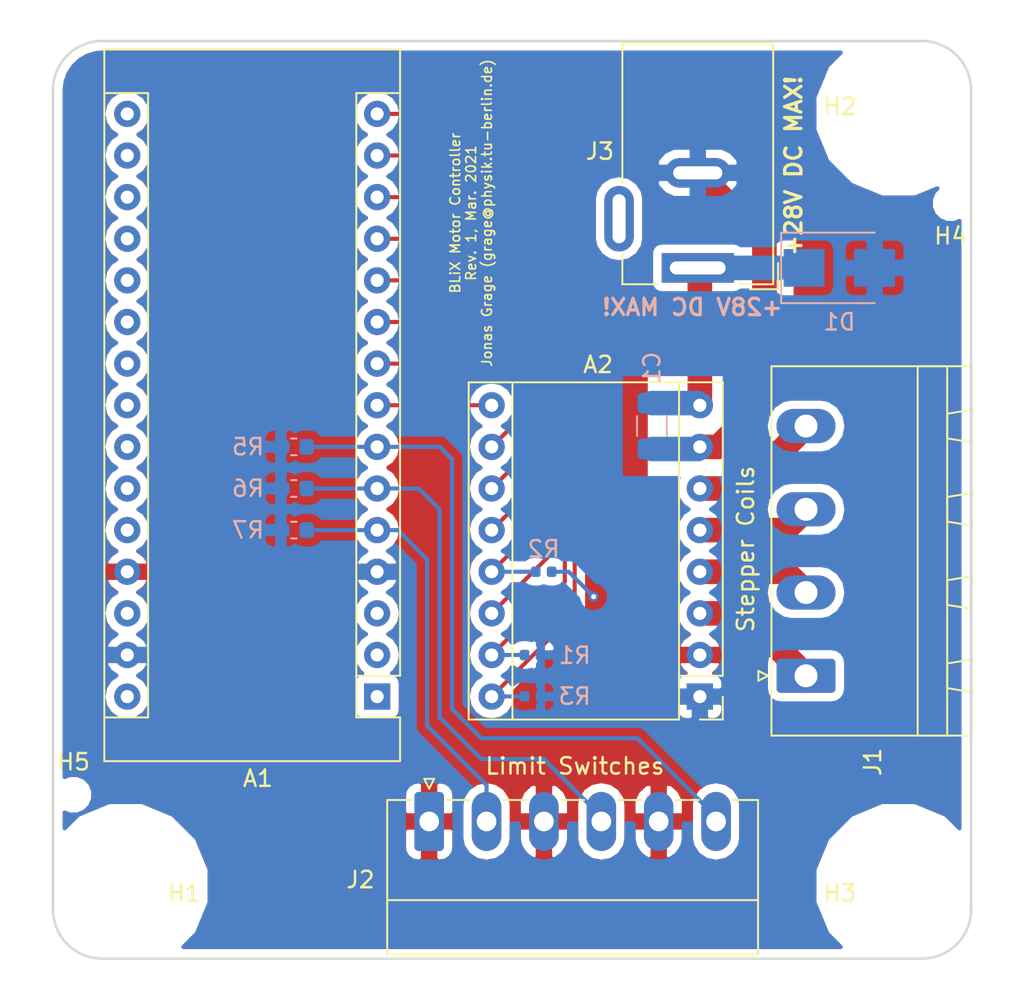
<source format=kicad_pcb>
(kicad_pcb (version 20171130) (host pcbnew 5.0.2+dfsg1-1)

  (general
    (thickness 1.6)
    (drawings 14)
    (tracks 90)
    (zones 0)
    (modules 19)
    (nets 36)
  )

  (page A4)
  (layers
    (0 F.Cu signal)
    (31 B.Cu signal)
    (32 B.Adhes user)
    (33 F.Adhes user)
    (34 B.Paste user)
    (35 F.Paste user)
    (36 B.SilkS user)
    (37 F.SilkS user)
    (38 B.Mask user)
    (39 F.Mask user)
    (40 Dwgs.User user)
    (41 Cmts.User user)
    (42 Eco1.User user)
    (43 Eco2.User user)
    (44 Edge.Cuts user)
    (45 Margin user)
    (46 B.CrtYd user)
    (47 F.CrtYd user)
    (48 B.Fab user)
    (49 F.Fab user)
  )

  (setup
    (last_trace_width 0.25)
    (user_trace_width 0.25)
    (trace_clearance 0.35)
    (zone_clearance 0.508)
    (zone_45_only no)
    (trace_min 0.2)
    (segment_width 0.2)
    (edge_width 0.15)
    (via_size 0.6)
    (via_drill 0.3)
    (via_min_size 0.4)
    (via_min_drill 0.3)
    (user_via 0.6 0.3)
    (uvia_size 0.3)
    (uvia_drill 0.1)
    (uvias_allowed no)
    (uvia_min_size 0.2)
    (uvia_min_drill 0.1)
    (pcb_text_width 0.3)
    (pcb_text_size 1.5 1.5)
    (mod_edge_width 0.15)
    (mod_text_size 1 1)
    (mod_text_width 0.15)
    (pad_size 5 5)
    (pad_drill 5)
    (pad_to_mask_clearance 0.051)
    (solder_mask_min_width 0.25)
    (aux_axis_origin 0 0)
    (visible_elements FFFFF77F)
    (pcbplotparams
      (layerselection 0x010f0_ffffffff)
      (usegerberextensions false)
      (usegerberattributes false)
      (usegerberadvancedattributes false)
      (creategerberjobfile false)
      (excludeedgelayer true)
      (linewidth 0.100000)
      (plotframeref false)
      (viasonmask false)
      (mode 1)
      (useauxorigin false)
      (hpglpennumber 1)
      (hpglpenspeed 20)
      (hpglpendiameter 15.000000)
      (psnegative false)
      (psa4output false)
      (plotreference true)
      (plotvalue false)
      (plotinvisibletext false)
      (padsonsilk true)
      (subtractmaskfromsilk false)
      (outputformat 1)
      (mirror false)
      (drillshape 0)
      (scaleselection 1)
      (outputdirectory "motor_gerber/"))
  )

  (net 0 "")
  (net 1 MAX)
  (net 2 GND)
  (net 3 CEN)
  (net 4 MIN)
  (net 5 +5V)
  (net 6 "Net-(A1-Pad16)")
  (net 7 "Net-(A2-Pad3)")
  (net 8 "Net-(A2-Pad4)")
  (net 9 "Net-(A2-Pad5)")
  (net 10 "Net-(A2-Pad6)")
  (net 11 "Net-(A1-Pad1)")
  (net 12 "Net-(A1-Pad17)")
  (net 13 "Net-(A1-Pad2)")
  (net 14 "Net-(A1-Pad18)")
  (net 15 "Net-(A1-Pad3)")
  (net 16 "Net-(A1-Pad19)")
  (net 17 "Net-(A1-Pad20)")
  (net 18 "Net-(A1-Pad21)")
  (net 19 "Net-(A1-Pad22)")
  (net 20 "Net-(A1-Pad23)")
  (net 21 "Net-(A1-Pad24)")
  (net 22 "Net-(A1-Pad25)")
  (net 23 "Net-(A1-Pad26)")
  (net 24 "Net-(A1-Pad28)")
  (net 25 "Net-(A1-Pad30)")
  (net 26 "Net-(J3-Pad3)")
  (net 27 VCC)
  (net 28 /enable)
  (net 29 /ms1)
  (net 30 /ms2)
  (net 31 /ms3)
  (net 32 /reset)
  (net 33 /sleep)
  (net 34 /step)
  (net 35 /dir)

  (net_class Default "Dies ist die voreingestellte Netzklasse."
    (clearance 0.35)
    (trace_width 0.25)
    (via_dia 0.6)
    (via_drill 0.3)
    (uvia_dia 0.3)
    (uvia_drill 0.1)
    (add_net +5V)
    (add_net /dir)
    (add_net /enable)
    (add_net /ms1)
    (add_net /ms2)
    (add_net /ms3)
    (add_net /reset)
    (add_net /sleep)
    (add_net /step)
    (add_net CEN)
    (add_net MAX)
    (add_net MIN)
    (add_net "Net-(A1-Pad1)")
    (add_net "Net-(A1-Pad16)")
    (add_net "Net-(A1-Pad17)")
    (add_net "Net-(A1-Pad18)")
    (add_net "Net-(A1-Pad19)")
    (add_net "Net-(A1-Pad2)")
    (add_net "Net-(A1-Pad20)")
    (add_net "Net-(A1-Pad21)")
    (add_net "Net-(A1-Pad22)")
    (add_net "Net-(A1-Pad23)")
    (add_net "Net-(A1-Pad24)")
    (add_net "Net-(A1-Pad25)")
    (add_net "Net-(A1-Pad26)")
    (add_net "Net-(A1-Pad28)")
    (add_net "Net-(A1-Pad3)")
    (add_net "Net-(A1-Pad30)")
    (add_net "Net-(J3-Pad3)")
  )

  (net_class Power ""
    (clearance 0.45)
    (trace_width 1.5)
    (via_dia 1.8)
    (via_drill 1.2)
    (uvia_dia 0.3)
    (uvia_drill 0.1)
    (add_net GND)
    (add_net "Net-(A2-Pad3)")
    (add_net "Net-(A2-Pad4)")
    (add_net "Net-(A2-Pad5)")
    (add_net "Net-(A2-Pad6)")
    (add_net VCC)
  )

  (net_class VCC ""
    (clearance 0.45)
    (trace_width 2.5)
    (via_dia 0.6)
    (via_drill 0.3)
    (uvia_dia 0.3)
    (uvia_drill 0.1)
  )

  (module JLCPCB:Tooling_Hole_JLCPCB (layer F.Cu) (tedit 5FBEB9C8) (tstamp 6054CFCA)
    (at 226.75 49.9)
    (descr "Mounting Hole 2.1mm, no annular")
    (tags "mounting hole 2.1mm no annular")
    (path /6054DF70)
    (attr virtual)
    (fp_text reference H4 (at 0 2) (layer F.SilkS)
      (effects (font (size 1 1) (thickness 0.15)))
    )
    (fp_text value ToolingHole (at 0 3.2) (layer F.Fab)
      (effects (font (size 1 1) (thickness 0.15)))
    )
    (fp_circle (center 0 0) (end 0.9 0) (layer B.CrtYd) (width 0.05))
    (fp_text user %R (at 0.03 2.01) (layer F.Fab)
      (effects (font (size 1 1) (thickness 0.15)))
    )
    (fp_circle (center 0 0) (end 0.574 0) (layer F.Mask) (width 0.15))
    (fp_circle (center 0 0) (end 0.9 0) (layer F.CrtYd) (width 0.05))
    (pad "" np_thru_hole circle (at 0 0) (size 1.152 1.152) (drill 1.152) (layers *.Cu *.Mask))
  )

  (module JLCPCB:Tooling_Hole_JLCPCB (layer F.Cu) (tedit 5FBEB9C8) (tstamp 6054CFC1)
    (at 173.25 86)
    (descr "Mounting Hole 2.1mm, no annular")
    (tags "mounting hole 2.1mm no annular")
    (path /6054E0E6)
    (attr virtual)
    (fp_text reference H5 (at 0 -2) (layer F.SilkS)
      (effects (font (size 1 1) (thickness 0.15)))
    )
    (fp_text value ToolingHole (at 0 -3) (layer F.Fab)
      (effects (font (size 1 1) (thickness 0.15)))
    )
    (fp_circle (center 0 0) (end 0.9 0) (layer F.CrtYd) (width 0.05))
    (fp_circle (center 0 0) (end 0.574 0) (layer F.Mask) (width 0.15))
    (fp_text user %R (at 0.02 -2) (layer F.Fab)
      (effects (font (size 1 1) (thickness 0.15)))
    )
    (fp_circle (center 0 0) (end 0.9 0) (layer B.CrtYd) (width 0.05))
    (pad "" np_thru_hole circle (at 0 0) (size 1.152 1.152) (drill 1.152) (layers *.Cu *.Mask))
  )

  (module Symbol:KiCad-Logo_5mm_SolderMask locked (layer B.Cu) (tedit 60548FDF) (tstamp 6054A50F)
    (at 185 84.75 180)
    (descr "KiCad Logo")
    (tags "Logo KiCad")
    (attr virtual)
    (fp_text reference REF** (at 0 3.8 180) (layer B.Fab)
      (effects (font (size 1 1) (thickness 0.15)) (justify mirror))
    )
    (fp_text value KiCad-Logo_5mm_SolderMask (at 0 -2.7 180) (layer B.Fab)
      (effects (font (size 1 1) (thickness 0.15)) (justify mirror))
    )
    (fp_poly (pts (xy -2.273043 2.973429) (xy -2.176768 2.949191) (xy -2.090184 2.906359) (xy -2.015373 2.846581)
      (xy -1.954418 2.771506) (xy -1.909399 2.68278) (xy -1.883136 2.58647) (xy -1.877286 2.489205)
      (xy -1.89214 2.395346) (xy -1.92584 2.307489) (xy -1.976528 2.22823) (xy -2.042345 2.160164)
      (xy -2.121434 2.105888) (xy -2.211934 2.067998) (xy -2.2632 2.055574) (xy -2.307698 2.048053)
      (xy -2.341999 2.045081) (xy -2.37496 2.046906) (xy -2.415434 2.053775) (xy -2.448531 2.06075)
      (xy -2.541947 2.092259) (xy -2.625619 2.143383) (xy -2.697665 2.212571) (xy -2.7562 2.298272)
      (xy -2.770148 2.325511) (xy -2.786586 2.361878) (xy -2.796894 2.392418) (xy -2.80246 2.42455)
      (xy -2.804669 2.465693) (xy -2.804948 2.511778) (xy -2.800861 2.596135) (xy -2.787446 2.665414)
      (xy -2.762256 2.726039) (xy -2.722846 2.784433) (xy -2.684298 2.828698) (xy -2.612406 2.894516)
      (xy -2.537313 2.939947) (xy -2.454562 2.96715) (xy -2.376928 2.977424) (xy -2.273043 2.973429)) (layer B.Mask) (width 0.01))
    (fp_poly (pts (xy 6.186507 0.527755) (xy 6.186526 0.293338) (xy 6.186552 0.080397) (xy 6.186625 -0.112168)
      (xy 6.186782 -0.285459) (xy 6.187064 -0.440576) (xy 6.187509 -0.57862) (xy 6.188156 -0.700692)
      (xy 6.189045 -0.807894) (xy 6.190213 -0.901326) (xy 6.191701 -0.98209) (xy 6.193546 -1.051286)
      (xy 6.195789 -1.110015) (xy 6.198469 -1.159379) (xy 6.201623 -1.200478) (xy 6.205292 -1.234413)
      (xy 6.209513 -1.262286) (xy 6.214327 -1.285198) (xy 6.219773 -1.304249) (xy 6.225888 -1.32054)
      (xy 6.232712 -1.335173) (xy 6.240285 -1.349249) (xy 6.248645 -1.363868) (xy 6.253839 -1.372974)
      (xy 6.288104 -1.433689) (xy 5.429955 -1.433689) (xy 5.429955 -1.337733) (xy 5.429224 -1.29437)
      (xy 5.427272 -1.261205) (xy 5.424463 -1.243424) (xy 5.423221 -1.241778) (xy 5.411799 -1.248662)
      (xy 5.389084 -1.266505) (xy 5.366385 -1.285879) (xy 5.3118 -1.326614) (xy 5.242321 -1.367617)
      (xy 5.16527 -1.405123) (xy 5.087965 -1.435364) (xy 5.057113 -1.445012) (xy 4.988616 -1.459578)
      (xy 4.905764 -1.469539) (xy 4.816371 -1.474583) (xy 4.728248 -1.474396) (xy 4.649207 -1.468666)
      (xy 4.611511 -1.462858) (xy 4.473414 -1.424797) (xy 4.346113 -1.367073) (xy 4.230292 -1.290211)
      (xy 4.126637 -1.194739) (xy 4.035833 -1.081179) (xy 3.969031 -0.970381) (xy 3.914164 -0.853625)
      (xy 3.872163 -0.734276) (xy 3.842167 -0.608283) (xy 3.823311 -0.471594) (xy 3.814732 -0.320158)
      (xy 3.814006 -0.242711) (xy 3.8161 -0.185934) (xy 4.645217 -0.185934) (xy 4.645424 -0.279002)
      (xy 4.648337 -0.366692) (xy 4.654 -0.443772) (xy 4.662455 -0.505009) (xy 4.665038 -0.51735)
      (xy 4.69684 -0.624633) (xy 4.738498 -0.711658) (xy 4.790363 -0.778642) (xy 4.852781 -0.825805)
      (xy 4.9261 -0.853365) (xy 5.010669 -0.861541) (xy 5.106835 -0.850551) (xy 5.170311 -0.834829)
      (xy 5.219454 -0.816639) (xy 5.273583 -0.790791) (xy 5.314244 -0.767089) (xy 5.3848 -0.720721)
      (xy 5.3848 0.42947) (xy 5.317392 0.473038) (xy 5.238867 0.51396) (xy 5.154681 0.540611)
      (xy 5.069557 0.552535) (xy 4.988216 0.549278) (xy 4.91538 0.530385) (xy 4.883426 0.514816)
      (xy 4.825501 0.471819) (xy 4.776544 0.415047) (xy 4.73539 0.342425) (xy 4.700874 0.251879)
      (xy 4.671833 0.141334) (xy 4.670552 0.135467) (xy 4.660381 0.073212) (xy 4.652739 -0.004594)
      (xy 4.64767 -0.09272) (xy 4.645217 -0.185934) (xy 3.8161 -0.185934) (xy 3.821857 -0.029895)
      (xy 3.843802 0.165941) (xy 3.879786 0.344668) (xy 3.929759 0.506155) (xy 3.993668 0.650274)
      (xy 4.071462 0.776894) (xy 4.163089 0.885885) (xy 4.268497 0.977117) (xy 4.313662 1.008068)
      (xy 4.414611 1.064215) (xy 4.517901 1.103826) (xy 4.627989 1.127986) (xy 4.74933 1.137781)
      (xy 4.841836 1.136735) (xy 4.97149 1.125769) (xy 5.084084 1.103954) (xy 5.182875 1.070286)
      (xy 5.271121 1.023764) (xy 5.319986 0.989552) (xy 5.349353 0.967638) (xy 5.371043 0.952667)
      (xy 5.379253 0.948267) (xy 5.380868 0.959096) (xy 5.382159 0.989749) (xy 5.383138 1.037474)
      (xy 5.383817 1.099521) (xy 5.38421 1.173138) (xy 5.38433 1.255573) (xy 5.384188 1.344075)
      (xy 5.383797 1.435893) (xy 5.383171 1.528276) (xy 5.38232 1.618472) (xy 5.38126 1.703729)
      (xy 5.380001 1.781297) (xy 5.378556 1.848424) (xy 5.376938 1.902359) (xy 5.375161 1.94035)
      (xy 5.374669 1.947333) (xy 5.367092 2.017749) (xy 5.355531 2.072898) (xy 5.337792 2.120019)
      (xy 5.311682 2.166353) (xy 5.305415 2.175933) (xy 5.280983 2.212622) (xy 6.186311 2.212622)
      (xy 6.186507 0.527755)) (layer B.Mask) (width 0.01))
    (fp_poly (pts (xy 2.673574 1.133448) (xy 2.825492 1.113433) (xy 2.960756 1.079798) (xy 3.080239 1.032275)
      (xy 3.184815 0.970595) (xy 3.262424 0.907035) (xy 3.331265 0.832901) (xy 3.385006 0.753129)
      (xy 3.42791 0.660909) (xy 3.443384 0.617839) (xy 3.456244 0.578858) (xy 3.467446 0.542711)
      (xy 3.47712 0.507566) (xy 3.485396 0.47159) (xy 3.492403 0.43295) (xy 3.498272 0.389815)
      (xy 3.503131 0.340351) (xy 3.50711 0.282727) (xy 3.51034 0.215109) (xy 3.512949 0.135666)
      (xy 3.515067 0.042564) (xy 3.516824 -0.066027) (xy 3.518349 -0.191942) (xy 3.519772 -0.337012)
      (xy 3.521025 -0.479778) (xy 3.522351 -0.635968) (xy 3.523556 -0.771239) (xy 3.524766 -0.887246)
      (xy 3.526106 -0.985645) (xy 3.5277 -1.068093) (xy 3.529675 -1.136246) (xy 3.532156 -1.19176)
      (xy 3.535269 -1.236292) (xy 3.539138 -1.271498) (xy 3.543889 -1.299034) (xy 3.549648 -1.320556)
      (xy 3.556539 -1.337722) (xy 3.564689 -1.352186) (xy 3.574223 -1.365606) (xy 3.585266 -1.379638)
      (xy 3.589566 -1.385071) (xy 3.605386 -1.40791) (xy 3.612422 -1.423463) (xy 3.612444 -1.423922)
      (xy 3.601567 -1.426121) (xy 3.570582 -1.428147) (xy 3.521957 -1.429942) (xy 3.458163 -1.431451)
      (xy 3.381669 -1.432616) (xy 3.294944 -1.43338) (xy 3.200457 -1.433686) (xy 3.18955 -1.433689)
      (xy 2.766657 -1.433689) (xy 2.763395 -1.337622) (xy 2.760133 -1.241556) (xy 2.698044 -1.292543)
      (xy 2.600714 -1.360057) (xy 2.490813 -1.414749) (xy 2.404349 -1.444978) (xy 2.335278 -1.459666)
      (xy 2.251925 -1.469659) (xy 2.162159 -1.474646) (xy 2.073845 -1.474313) (xy 1.994851 -1.468351)
      (xy 1.958622 -1.462638) (xy 1.818603 -1.424776) (xy 1.692178 -1.369932) (xy 1.58026 -1.298924)
      (xy 1.483762 -1.212568) (xy 1.4036 -1.111679) (xy 1.340687 -0.997076) (xy 1.296312 -0.870984)
      (xy 1.283978 -0.814401) (xy 1.276368 -0.752202) (xy 1.272739 -0.677363) (xy 1.272245 -0.643467)
      (xy 1.27231 -0.640282) (xy 2.032248 -0.640282) (xy 2.041541 -0.715333) (xy 2.069728 -0.77916)
      (xy 2.118197 -0.834798) (xy 2.123254 -0.839211) (xy 2.171548 -0.874037) (xy 2.223257 -0.89662)
      (xy 2.283989 -0.90854) (xy 2.359352 -0.911383) (xy 2.377459 -0.910978) (xy 2.431278 -0.908325)
      (xy 2.471308 -0.902909) (xy 2.506324 -0.892745) (xy 2.545103 -0.87585) (xy 2.555745 -0.870672)
      (xy 2.616396 -0.834844) (xy 2.663215 -0.792212) (xy 2.675952 -0.776973) (xy 2.720622 -0.720462)
      (xy 2.720622 -0.524586) (xy 2.720086 -0.445939) (xy 2.718396 -0.387988) (xy 2.715428 -0.348875)
      (xy 2.711057 -0.326741) (xy 2.706972 -0.320274) (xy 2.691047 -0.317111) (xy 2.657264 -0.314488)
      (xy 2.61034 -0.312655) (xy 2.554993 -0.311857) (xy 2.546106 -0.311842) (xy 2.42533 -0.317096)
      (xy 2.32266 -0.333263) (xy 2.236106 -0.360961) (xy 2.163681 -0.400808) (xy 2.108751 -0.447758)
      (xy 2.064204 -0.505645) (xy 2.03948 -0.568693) (xy 2.032248 -0.640282) (xy 1.27231 -0.640282)
      (xy 1.274178 -0.549712) (xy 1.282522 -0.470812) (xy 1.298768 -0.39959) (xy 1.324405 -0.328864)
      (xy 1.348401 -0.276493) (xy 1.40702 -0.181196) (xy 1.485117 -0.09317) (xy 1.580315 -0.014017)
      (xy 1.690238 0.05466) (xy 1.81251 0.111259) (xy 1.944755 0.154179) (xy 2.009422 0.169118)
      (xy 2.145604 0.191223) (xy 2.294049 0.205806) (xy 2.445505 0.212187) (xy 2.572064 0.210555)
      (xy 2.73395 0.203776) (xy 2.72653 0.262755) (xy 2.707238 0.361908) (xy 2.676104 0.442628)
      (xy 2.632269 0.505534) (xy 2.574871 0.551244) (xy 2.503048 0.580378) (xy 2.415941 0.593553)
      (xy 2.312686 0.591389) (xy 2.274711 0.587388) (xy 2.13352 0.56222) (xy 1.996707 0.521186)
      (xy 1.902178 0.483185) (xy 1.857018 0.46381) (xy 1.818585 0.44824) (xy 1.792234 0.438595)
      (xy 1.784546 0.436548) (xy 1.774802 0.445626) (xy 1.758083 0.474595) (xy 1.734232 0.523783)
      (xy 1.703093 0.593516) (xy 1.664507 0.684121) (xy 1.65791 0.699911) (xy 1.627853 0.772228)
      (xy 1.600874 0.837575) (xy 1.578136 0.893094) (xy 1.560806 0.935928) (xy 1.550048 0.963219)
      (xy 1.546941 0.972058) (xy 1.55694 0.976813) (xy 1.583217 0.98209) (xy 1.611489 0.985769)
      (xy 1.641646 0.990526) (xy 1.689433 0.999972) (xy 1.750612 1.01318) (xy 1.820946 1.029224)
      (xy 1.896194 1.04718) (xy 1.924755 1.054203) (xy 2.029816 1.079791) (xy 2.11748 1.099853)
      (xy 2.192068 1.115031) (xy 2.257903 1.125965) (xy 2.319307 1.133296) (xy 2.380602 1.137665)
      (xy 2.44611 1.139713) (xy 2.504128 1.140111) (xy 2.673574 1.133448)) (layer B.Mask) (width 0.01))
    (fp_poly (pts (xy 0.328429 2.050929) (xy 0.48857 2.029755) (xy 0.65251 1.989615) (xy 0.822313 1.930111)
      (xy 1.000043 1.850846) (xy 1.01131 1.845301) (xy 1.069005 1.817275) (xy 1.120552 1.793198)
      (xy 1.162191 1.774751) (xy 1.190162 1.763614) (xy 1.199733 1.761067) (xy 1.21895 1.756059)
      (xy 1.223561 1.751853) (xy 1.218458 1.74142) (xy 1.202418 1.715132) (xy 1.177288 1.675743)
      (xy 1.144914 1.626009) (xy 1.107143 1.568685) (xy 1.065822 1.506524) (xy 1.022798 1.442282)
      (xy 0.979917 1.378715) (xy 0.939026 1.318575) (xy 0.901971 1.26462) (xy 0.8706 1.219603)
      (xy 0.846759 1.186279) (xy 0.832294 1.167403) (xy 0.830309 1.165213) (xy 0.820191 1.169862)
      (xy 0.79785 1.187038) (xy 0.76728 1.21356) (xy 0.751536 1.228036) (xy 0.655047 1.303318)
      (xy 0.548336 1.358759) (xy 0.432832 1.393859) (xy 0.309962 1.40812) (xy 0.240561 1.406949)
      (xy 0.119423 1.389788) (xy 0.010205 1.353906) (xy -0.087418 1.299041) (xy -0.173772 1.22493)
      (xy -0.249185 1.131312) (xy -0.313982 1.017924) (xy -0.351399 0.931333) (xy -0.395252 0.795634)
      (xy -0.427572 0.64815) (xy -0.448443 0.492686) (xy -0.457949 0.333044) (xy -0.456173 0.173027)
      (xy -0.443197 0.016439) (xy -0.419106 -0.132918) (xy -0.383982 -0.27124) (xy -0.337908 -0.394724)
      (xy -0.321627 -0.428978) (xy -0.25338 -0.543064) (xy -0.172921 -0.639557) (xy -0.08143 -0.71767)
      (xy 0.019911 -0.776617) (xy 0.12992 -0.815612) (xy 0.247415 -0.833868) (xy 0.288883 -0.835211)
      (xy 0.410441 -0.82429) (xy 0.530878 -0.791474) (xy 0.648666 -0.737439) (xy 0.762277 -0.662865)
      (xy 0.853685 -0.584539) (xy 0.900215 -0.540008) (xy 1.081483 -0.837271) (xy 1.12658 -0.911433)
      (xy 1.167819 -0.979646) (xy 1.203735 -1.039459) (xy 1.232866 -1.08842) (xy 1.25375 -1.124079)
      (xy 1.264924 -1.143984) (xy 1.266375 -1.147079) (xy 1.258146 -1.156718) (xy 1.232567 -1.173999)
      (xy 1.192873 -1.197283) (xy 1.142297 -1.224934) (xy 1.084074 -1.255315) (xy 1.021437 -1.28679)
      (xy 0.957621 -1.317722) (xy 0.89586 -1.346473) (xy 0.839388 -1.371408) (xy 0.791438 -1.390889)
      (xy 0.767986 -1.399318) (xy 0.634221 -1.437133) (xy 0.496327 -1.462136) (xy 0.348622 -1.47514)
      (xy 0.221833 -1.477468) (xy 0.153878 -1.476373) (xy 0.088277 -1.474275) (xy 0.030847 -1.471434)
      (xy -0.012597 -1.468106) (xy -0.026702 -1.466422) (xy -0.165716 -1.437587) (xy -0.307243 -1.392468)
      (xy -0.444725 -1.33375) (xy -0.571606 -1.26412) (xy -0.649111 -1.211441) (xy -0.776519 -1.103239)
      (xy -0.894822 -0.976671) (xy -1.001828 -0.834866) (xy -1.095348 -0.680951) (xy -1.17319 -0.518053)
      (xy -1.217044 -0.400756) (xy -1.267292 -0.217128) (xy -1.300791 -0.022581) (xy -1.317551 0.178675)
      (xy -1.317584 0.382432) (xy -1.300899 0.584479) (xy -1.267507 0.780608) (xy -1.21742 0.966609)
      (xy -1.213603 0.978197) (xy -1.150719 1.14025) (xy -1.073972 1.288168) (xy -0.980758 1.426135)
      (xy -0.868473 1.558339) (xy -0.824608 1.603601) (xy -0.688466 1.727543) (xy -0.548509 1.830085)
      (xy -0.402589 1.912344) (xy -0.248558 1.975436) (xy -0.084268 2.020477) (xy 0.011289 2.037967)
      (xy 0.170023 2.053534) (xy 0.328429 2.050929)) (layer B.Mask) (width 0.01))
    (fp_poly (pts (xy -2.9464 2.510946) (xy -2.935535 2.397007) (xy -2.903918 2.289384) (xy -2.853015 2.190385)
      (xy -2.784293 2.102316) (xy -2.699219 2.027484) (xy -2.602232 1.969616) (xy -2.495964 1.929995)
      (xy -2.38895 1.911427) (xy -2.2833 1.912566) (xy -2.181125 1.93207) (xy -2.084534 1.968594)
      (xy -1.995638 2.020795) (xy -1.916546 2.087327) (xy -1.849369 2.166848) (xy -1.796217 2.258013)
      (xy -1.759199 2.359477) (xy -1.740427 2.469898) (xy -1.738489 2.519794) (xy -1.738489 2.607733)
      (xy -1.68656 2.607733) (xy -1.650253 2.604889) (xy -1.623355 2.593089) (xy -1.596249 2.569351)
      (xy -1.557867 2.530969) (xy -1.557867 0.339398) (xy -1.557876 0.077261) (xy -1.557908 -0.163241)
      (xy -1.557972 -0.383048) (xy -1.558076 -0.583101) (xy -1.558227 -0.764344) (xy -1.558434 -0.927716)
      (xy -1.558706 -1.07416) (xy -1.55905 -1.204617) (xy -1.559474 -1.320029) (xy -1.559987 -1.421338)
      (xy -1.560597 -1.509484) (xy -1.561312 -1.58541) (xy -1.56214 -1.650057) (xy -1.563089 -1.704367)
      (xy -1.564167 -1.74928) (xy -1.565383 -1.78574) (xy -1.566745 -1.814687) (xy -1.568261 -1.837063)
      (xy -1.569938 -1.853809) (xy -1.571786 -1.865868) (xy -1.573813 -1.87418) (xy -1.576025 -1.879687)
      (xy -1.577108 -1.881537) (xy -1.581271 -1.888549) (xy -1.584805 -1.894996) (xy -1.588635 -1.9009)
      (xy -1.593682 -1.906286) (xy -1.600871 -1.911178) (xy -1.611123 -1.915598) (xy -1.625364 -1.919572)
      (xy -1.644514 -1.923121) (xy -1.669499 -1.92627) (xy -1.70124 -1.929042) (xy -1.740662 -1.931461)
      (xy -1.788686 -1.933551) (xy -1.846237 -1.935335) (xy -1.914237 -1.936837) (xy -1.99361 -1.93808)
      (xy -2.085279 -1.939089) (xy -2.190166 -1.939885) (xy -2.309196 -1.940494) (xy -2.44329 -1.940939)
      (xy -2.593373 -1.941243) (xy -2.760367 -1.94143) (xy -2.945196 -1.941524) (xy -3.148783 -1.941548)
      (xy -3.37205 -1.941525) (xy -3.615922 -1.94148) (xy -3.881321 -1.941437) (xy -3.919704 -1.941432)
      (xy -4.186682 -1.941389) (xy -4.432002 -1.941318) (xy -4.656583 -1.941213) (xy -4.861345 -1.941066)
      (xy -5.047206 -1.940869) (xy -5.215088 -1.940616) (xy -5.365908 -1.9403) (xy -5.500587 -1.939913)
      (xy -5.620044 -1.939447) (xy -5.725199 -1.938897) (xy -5.816971 -1.938253) (xy -5.896279 -1.937511)
      (xy -5.964043 -1.936661) (xy -6.021182 -1.935697) (xy -6.068617 -1.934611) (xy -6.107266 -1.933397)
      (xy -6.138049 -1.932047) (xy -6.161885 -1.930555) (xy -6.179694 -1.928911) (xy -6.192395 -1.927111)
      (xy -6.200908 -1.925145) (xy -6.205266 -1.923477) (xy -6.213728 -1.919906) (xy -6.221497 -1.91727)
      (xy -6.228602 -1.914634) (xy -6.235073 -1.911062) (xy -6.240939 -1.905621) (xy -6.246229 -1.897375)
      (xy -6.250974 -1.88539) (xy -6.255202 -1.868731) (xy -6.258943 -1.846463) (xy -6.262227 -1.817652)
      (xy -6.265083 -1.781363) (xy -6.26754 -1.736661) (xy -6.269629 -1.682611) (xy -6.271378 -1.618279)
      (xy -6.272817 -1.54273) (xy -6.273976 -1.45503) (xy -6.274883 -1.354243) (xy -6.275569 -1.239434)
      (xy -6.276063 -1.10967) (xy -6.276395 -0.964015) (xy -6.276593 -0.801535) (xy -6.276687 -0.621295)
      (xy -6.276708 -0.42236) (xy -6.276685 -0.203796) (xy -6.276646 0.035332) (xy -6.276622 0.29596)
      (xy -6.276622 0.338111) (xy -6.276636 0.601008) (xy -6.276661 0.842268) (xy -6.276671 1.062835)
      (xy -6.276642 1.263648) (xy -6.276548 1.445651) (xy -6.276362 1.609784) (xy -6.276059 1.756989)
      (xy -6.275614 1.888208) (xy -6.275034 1.998133) (xy -5.972197 1.998133) (xy -5.932407 1.940289)
      (xy -5.921236 1.924521) (xy -5.911166 1.910559) (xy -5.902138 1.897216) (xy -5.894097 1.883307)
      (xy -5.886986 1.867644) (xy -5.880747 1.849042) (xy -5.875325 1.826314) (xy -5.870662 1.798273)
      (xy -5.866701 1.763733) (xy -5.863385 1.721508) (xy -5.860659 1.670411) (xy -5.858464 1.609256)
      (xy -5.856745 1.536856) (xy -5.855444 1.452025) (xy -5.854505 1.353578) (xy -5.85387 1.240326)
      (xy -5.853484 1.111084) (xy -5.853288 0.964666) (xy -5.853227 0.799884) (xy -5.853243 0.615553)
      (xy -5.85328 0.410487) (xy -5.853289 0.287867) (xy -5.853265 0.070918) (xy -5.853231 -0.124642)
      (xy -5.853243 -0.299999) (xy -5.853358 -0.456341) (xy -5.85363 -0.594857) (xy -5.854118 -0.716734)
      (xy -5.854876 -0.82316) (xy -5.855962 -0.915322) (xy -5.857431 -0.994409) (xy -5.85934 -1.061608)
      (xy -5.861744 -1.118107) (xy -5.864701 -1.165093) (xy -5.868266 -1.203755) (xy -5.872495 -1.23528)
      (xy -5.877446 -1.260855) (xy -5.883173 -1.28167) (xy -5.889733 -1.298911) (xy -5.897183 -1.313765)
      (xy -5.905579 -1.327422) (xy -5.914976 -1.341069) (xy -5.925432 -1.355893) (xy -5.931523 -1.364783)
      (xy -5.970296 -1.4224) (xy -5.438732 -1.4224) (xy -5.315483 -1.422365) (xy -5.212987 -1.422215)
      (xy -5.12942 -1.421878) (xy -5.062956 -1.421286) (xy -5.011771 -1.420367) (xy -4.974041 -1.419051)
      (xy -4.94794 -1.417269) (xy -4.931644 -1.414951) (xy -4.923328 -1.412026) (xy -4.921168 -1.408424)
      (xy -4.923339 -1.404075) (xy -4.924535 -1.402645) (xy -4.949685 -1.365573) (xy -4.975583 -1.312772)
      (xy -4.999192 -1.25077) (xy -5.007461 -1.224357) (xy -5.012078 -1.206416) (xy -5.015979 -1.185355)
      (xy -5.019248 -1.159089) (xy -5.021966 -1.125532) (xy -5.024215 -1.082599) (xy -5.026077 -1.028204)
      (xy -5.027636 -0.960262) (xy -5.028972 -0.876688) (xy -5.030169 -0.775395) (xy -5.031308 -0.6543)
      (xy -5.031685 -0.6096) (xy -5.032702 -0.484449) (xy -5.03346 -0.380082) (xy -5.033903 -0.294707)
      (xy -5.03397 -0.226533) (xy -5.033605 -0.173765) (xy -5.032748 -0.134614) (xy -5.031341 -0.107285)
      (xy -5.029325 -0.089986) (xy -5.026643 -0.080926) (xy -5.023236 -0.078312) (xy -5.019044 -0.080351)
      (xy -5.014571 -0.084667) (xy -5.004216 -0.097602) (xy -4.982158 -0.126676) (xy -4.949957 -0.169759)
      (xy -4.909174 -0.224718) (xy -4.86137 -0.289423) (xy -4.808105 -0.361742) (xy -4.75094 -0.439544)
      (xy -4.691437 -0.520698) (xy -4.631155 -0.603072) (xy -4.571655 -0.684536) (xy -4.514498 -0.762957)
      (xy -4.461245 -0.836204) (xy -4.413457 -0.902147) (xy -4.372693 -0.958654) (xy -4.340516 -1.003593)
      (xy -4.318485 -1.034834) (xy -4.313917 -1.041466) (xy -4.290996 -1.078369) (xy -4.264188 -1.126359)
      (xy -4.238789 -1.175897) (xy -4.235568 -1.182577) (xy -4.21389 -1.230772) (xy -4.201304 -1.268334)
      (xy -4.195574 -1.30416) (xy -4.194456 -1.3462) (xy -4.19509 -1.4224) (xy -3.040651 -1.4224)
      (xy -3.131815 -1.328669) (xy -3.178612 -1.278775) (xy -3.228899 -1.222295) (xy -3.274944 -1.168026)
      (xy -3.295369 -1.142673) (xy -3.325807 -1.103128) (xy -3.365862 -1.049916) (xy -3.414361 -0.984667)
      (xy -3.470135 -0.909011) (xy -3.532011 -0.824577) (xy -3.598819 -0.732994) (xy -3.669387 -0.635892)
      (xy -3.742545 -0.534901) (xy -3.817121 -0.43165) (xy -3.891944 -0.327768) (xy -3.965843 -0.224885)
      (xy -4.037646 -0.124631) (xy -4.106184 -0.028636) (xy -4.170284 0.061473) (xy -4.228775 0.144064)
      (xy -4.280486 0.217508) (xy -4.324247 0.280176) (xy -4.358885 0.330439) (xy -4.38323 0.366666)
      (xy -4.396111 0.387229) (xy -4.397869 0.391332) (xy -4.38991 0.402658) (xy -4.369115 0.429838)
      (xy -4.336847 0.471171) (xy -4.29447 0.524956) (xy -4.243347 0.589494) (xy -4.184841 0.663082)
      (xy -4.120314 0.744022) (xy -4.051131 0.830612) (xy -3.978653 0.921152) (xy -3.904246 1.01394)
      (xy -3.844517 1.088298) (xy -2.833511 1.088298) (xy -2.827602 1.075341) (xy -2.813272 1.053092)
      (xy -2.812225 1.051609) (xy -2.793438 1.021456) (xy -2.773791 0.984625) (xy -2.769892 0.976489)
      (xy -2.766356 0.96806) (xy -2.76323 0.957941) (xy -2.760486 0.94474) (xy -2.758092 0.927062)
      (xy -2.756019 0.903516) (xy -2.754235 0.872707) (xy -2.752712 0.833243) (xy -2.751419 0.783731)
      (xy -2.750326 0.722777) (xy -2.749403 0.648989) (xy -2.748619 0.560972) (xy -2.747945 0.457335)
      (xy -2.74735 0.336684) (xy -2.746805 0.197626) (xy -2.746279 0.038768) (xy -2.745745 -0.140089)
      (xy -2.745206 -0.325207) (xy -2.744772 -0.489145) (xy -2.744509 -0.633303) (xy -2.744484 -0.759079)
      (xy -2.744765 -0.867871) (xy -2.745419 -0.961077) (xy -2.746514 -1.040097) (xy -2.748118 -1.106328)
      (xy -2.750297 -1.16117) (xy -2.753119 -1.206021) (xy -2.756651 -1.242278) (xy -2.760961 -1.271341)
      (xy -2.766117 -1.294609) (xy -2.772185 -1.313479) (xy -2.779233 -1.329351) (xy -2.787329 -1.343622)
      (xy -2.79654 -1.357691) (xy -2.80504 -1.370158) (xy -2.822176 -1.396452) (xy -2.832322 -1.414037)
      (xy -2.833511 -1.417257) (xy -2.822604 -1.418334) (xy -2.791411 -1.419335) (xy -2.742223 -1.420235)
      (xy -2.677333 -1.42101) (xy -2.59903 -1.421637) (xy -2.509607 -1.422091) (xy -2.411356 -1.422349)
      (xy -2.342445 -1.4224) (xy -2.237452 -1.42218) (xy -2.14061 -1.421548) (xy -2.054107 -1.420549)
      (xy -1.980132 -1.419227) (xy -1.920874 -1.417626) (xy -1.87852 -1.415791) (xy -1.85526 -1.413765)
      (xy -1.851378 -1.412493) (xy -1.859076 -1.397591) (xy -1.867074 -1.38956) (xy -1.880246 -1.372434)
      (xy -1.897485 -1.342183) (xy -1.909407 -1.317622) (xy -1.936045 -1.258711) (xy -1.93912 -0.081845)
      (xy -1.942195 1.095022) (xy -2.387853 1.095022) (xy -2.48567 1.094858) (xy -2.576064 1.094389)
      (xy -2.65663 1.093653) (xy -2.724962 1.092684) (xy -2.778656 1.09152) (xy -2.815305 1.090197)
      (xy -2.832504 1.088751) (xy -2.833511 1.088298) (xy -3.844517 1.088298) (xy -3.82927 1.107278)
      (xy -3.75509 1.199463) (xy -3.683069 1.288796) (xy -3.614569 1.373576) (xy -3.550955 1.452102)
      (xy -3.493588 1.522674) (xy -3.443833 1.583591) (xy -3.403052 1.633153) (xy -3.385888 1.653822)
      (xy -3.299596 1.754484) (xy -3.222997 1.837741) (xy -3.154183 1.905562) (xy -3.091248 1.959911)
      (xy -3.081867 1.967278) (xy -3.042356 1.997883) (xy -4.174116 1.998133) (xy -4.168827 1.950156)
      (xy -4.17213 1.892812) (xy -4.193661 1.824537) (xy -4.233635 1.744788) (xy -4.278943 1.672505)
      (xy -4.295161 1.64986) (xy -4.323214 1.612304) (xy -4.36143 1.561979) (xy -4.408137 1.501027)
      (xy -4.461661 1.431589) (xy -4.520331 1.355806) (xy -4.582475 1.27582) (xy -4.646421 1.193772)
      (xy -4.710495 1.111804) (xy -4.773027 1.032057) (xy -4.832343 0.956673) (xy -4.886771 0.887793)
      (xy -4.934639 0.827558) (xy -4.974275 0.778111) (xy -5.004006 0.741592) (xy -5.022161 0.720142)
      (xy -5.02522 0.716844) (xy -5.028079 0.724851) (xy -5.030293 0.755145) (xy -5.031857 0.807444)
      (xy -5.032767 0.881469) (xy -5.03302 0.976937) (xy -5.032613 1.093566) (xy -5.031704 1.213555)
      (xy -5.030382 1.345667) (xy -5.028857 1.457406) (xy -5.026881 1.550975) (xy -5.024206 1.628581)
      (xy -5.020582 1.692426) (xy -5.015761 1.744717) (xy -5.009494 1.787656) (xy -5.001532 1.823449)
      (xy -4.991627 1.8543) (xy -4.979531 1.882414) (xy -4.964993 1.909995) (xy -4.950311 1.935034)
      (xy -4.912314 1.998133) (xy -5.972197 1.998133) (xy -6.275034 1.998133) (xy -6.275001 2.004383)
      (xy -6.274195 2.106456) (xy -6.27317 2.195367) (xy -6.2719 2.272059) (xy -6.27036 2.337473)
      (xy -6.268524 2.392551) (xy -6.266367 2.438235) (xy -6.263863 2.475466) (xy -6.260987 2.505187)
      (xy -6.257713 2.528338) (xy -6.254015 2.545861) (xy -6.249869 2.558699) (xy -6.245247 2.567792)
      (xy -6.240126 2.574082) (xy -6.234478 2.578512) (xy -6.228279 2.582022) (xy -6.221504 2.585555)
      (xy -6.215508 2.589124) (xy -6.210275 2.5917) (xy -6.202099 2.594028) (xy -6.189886 2.596122)
      (xy -6.172541 2.597993) (xy -6.148969 2.599653) (xy -6.118077 2.601116) (xy -6.078768 2.602392)
      (xy -6.02995 2.603496) (xy -5.970527 2.604439) (xy -5.899404 2.605233) (xy -5.815488 2.605891)
      (xy -5.717683 2.606425) (xy -5.604894 2.606847) (xy -5.476029 2.607171) (xy -5.329991 2.607408)
      (xy -5.165686 2.60757) (xy -4.98202 2.60767) (xy -4.777897 2.60772) (xy -4.566753 2.607733)
      (xy -2.9464 2.607733) (xy -2.9464 2.510946)) (layer B.Mask) (width 0.01))
    (fp_line (start -6.4 -2) (end 6.4 -2) (layer B.CrtYd) (width 0.05))
    (fp_line (start -6.4 3) (end 6.4 3) (layer B.CrtYd) (width 0.05))
    (fp_line (start 6.4 -2) (end 6.4 3) (layer B.CrtYd) (width 0.05))
    (fp_line (start -6.4 -2) (end -6.4 3) (layer B.CrtYd) (width 0.05))
  )

  (module Capacitor_SMD:C_1206_3216Metric (layer B.Cu) (tedit 5B301BBE) (tstamp 6053ED6A)
    (at 208.534 63.5 270)
    (descr "Capacitor SMD 1206 (3216 Metric), square (rectangular) end terminal, IPC_7351 nominal, (Body size source: http://www.tortai-tech.com/upload/download/2011102023233369053.pdf), generated with kicad-footprint-generator")
    (tags capacitor)
    (path /6053ACF1)
    (attr smd)
    (fp_text reference C1 (at -3.556 0 270) (layer B.SilkS)
      (effects (font (size 1 1) (thickness 0.15)) (justify mirror))
    )
    (fp_text value 22u (at 0 -1.82 270) (layer B.Fab)
      (effects (font (size 1 1) (thickness 0.15)) (justify mirror))
    )
    (fp_line (start -1.6 -0.8) (end -1.6 0.8) (layer B.Fab) (width 0.1))
    (fp_line (start -1.6 0.8) (end 1.6 0.8) (layer B.Fab) (width 0.1))
    (fp_line (start 1.6 0.8) (end 1.6 -0.8) (layer B.Fab) (width 0.1))
    (fp_line (start 1.6 -0.8) (end -1.6 -0.8) (layer B.Fab) (width 0.1))
    (fp_line (start -0.602064 0.91) (end 0.602064 0.91) (layer B.SilkS) (width 0.12))
    (fp_line (start -0.602064 -0.91) (end 0.602064 -0.91) (layer B.SilkS) (width 0.12))
    (fp_line (start -2.28 -1.12) (end -2.28 1.12) (layer B.CrtYd) (width 0.05))
    (fp_line (start -2.28 1.12) (end 2.28 1.12) (layer B.CrtYd) (width 0.05))
    (fp_line (start 2.28 1.12) (end 2.28 -1.12) (layer B.CrtYd) (width 0.05))
    (fp_line (start 2.28 -1.12) (end -2.28 -1.12) (layer B.CrtYd) (width 0.05))
    (fp_text user %R (at 0.254 0 270) (layer B.Fab)
      (effects (font (size 0.8 0.8) (thickness 0.12)) (justify mirror))
    )
    (pad 1 smd roundrect (at -1.4 0 270) (size 1.25 1.75) (layers B.Cu B.Paste B.Mask) (roundrect_rratio 0.2)
      (net 27 VCC))
    (pad 2 smd roundrect (at 1.4 0 270) (size 1.25 1.75) (layers B.Cu B.Paste B.Mask) (roundrect_rratio 0.2)
      (net 2 GND))
    (model ${KISYS3DMOD}/Capacitor_SMD.3dshapes/C_1206_3216Metric.wrl
      (at (xyz 0 0 0))
      (scale (xyz 1 1 1))
      (rotate (xyz 0 0 0))
    )
  )

  (module Diode_SMD:D_SMB (layer B.Cu) (tedit 58645DF3) (tstamp 6053EC83)
    (at 219.964 53.848)
    (descr "Diode SMB (DO-214AA)")
    (tags "Diode SMB (DO-214AA)")
    (path /6054A3DA)
    (attr smd)
    (fp_text reference D1 (at 0 3.302) (layer B.SilkS)
      (effects (font (size 1 1) (thickness 0.15)) (justify mirror))
    )
    (fp_text value D_TVS (at 0 -3.1) (layer B.Fab)
      (effects (font (size 1 1) (thickness 0.15)) (justify mirror))
    )
    (fp_text user %R (at 0 3.302) (layer B.Fab)
      (effects (font (size 1 1) (thickness 0.15)) (justify mirror))
    )
    (fp_line (start -3.55 2.15) (end -3.55 -2.15) (layer B.SilkS) (width 0.12))
    (fp_line (start 2.3 -2) (end -2.3 -2) (layer B.Fab) (width 0.1))
    (fp_line (start -2.3 -2) (end -2.3 2) (layer B.Fab) (width 0.1))
    (fp_line (start 2.3 2) (end 2.3 -2) (layer B.Fab) (width 0.1))
    (fp_line (start 2.3 2) (end -2.3 2) (layer B.Fab) (width 0.1))
    (fp_line (start -3.65 2.25) (end 3.65 2.25) (layer B.CrtYd) (width 0.05))
    (fp_line (start 3.65 2.25) (end 3.65 -2.25) (layer B.CrtYd) (width 0.05))
    (fp_line (start 3.65 -2.25) (end -3.65 -2.25) (layer B.CrtYd) (width 0.05))
    (fp_line (start -3.65 -2.25) (end -3.65 2.25) (layer B.CrtYd) (width 0.05))
    (fp_line (start -0.64944 -0.00102) (end -1.55114 -0.00102) (layer B.Fab) (width 0.1))
    (fp_line (start 0.50118 -0.00102) (end 1.4994 -0.00102) (layer B.Fab) (width 0.1))
    (fp_line (start -0.64944 0.79908) (end -0.64944 -0.80112) (layer B.Fab) (width 0.1))
    (fp_line (start 0.50118 -0.75032) (end 0.50118 0.79908) (layer B.Fab) (width 0.1))
    (fp_line (start -0.64944 -0.00102) (end 0.50118 -0.75032) (layer B.Fab) (width 0.1))
    (fp_line (start -0.64944 -0.00102) (end 0.50118 0.79908) (layer B.Fab) (width 0.1))
    (fp_line (start -3.55 -2.15) (end 2.15 -2.15) (layer B.SilkS) (width 0.12))
    (fp_line (start -3.55 2.15) (end 2.15 2.15) (layer B.SilkS) (width 0.12))
    (pad 1 smd rect (at -2.15 0) (size 2.5 2.3) (layers B.Cu B.Paste B.Mask)
      (net 27 VCC))
    (pad 2 smd rect (at 2.15 0) (size 2.5 2.3) (layers B.Cu B.Paste B.Mask)
      (net 2 GND))
    (model ${KISYS3DMOD}/Diode_SMD.3dshapes/D_SMB.wrl
      (at (xyz 0 0 0))
      (scale (xyz 1 1 1))
      (rotate (xyz 0 0 0))
    )
  )

  (module Resistor_SMD:R_0603_1608Metric (layer B.Cu) (tedit 5B301BBD) (tstamp 6053EB34)
    (at 186.69 69.85 180)
    (descr "Resistor SMD 0603 (1608 Metric), square (rectangular) end terminal, IPC_7351 nominal, (Body size source: http://www.tortai-tech.com/upload/download/2011102023233369053.pdf), generated with kicad-footprint-generator")
    (tags resistor)
    (path /6054188D)
    (attr smd)
    (fp_text reference R7 (at 2.794 0 180) (layer B.SilkS)
      (effects (font (size 1 1) (thickness 0.15)) (justify mirror))
    )
    (fp_text value 1k (at 0 -1.43 180) (layer B.Fab)
      (effects (font (size 1 1) (thickness 0.15)) (justify mirror))
    )
    (fp_line (start -0.8 -0.4) (end -0.8 0.4) (layer B.Fab) (width 0.1))
    (fp_line (start -0.8 0.4) (end 0.8 0.4) (layer B.Fab) (width 0.1))
    (fp_line (start 0.8 0.4) (end 0.8 -0.4) (layer B.Fab) (width 0.1))
    (fp_line (start 0.8 -0.4) (end -0.8 -0.4) (layer B.Fab) (width 0.1))
    (fp_line (start -0.162779 0.51) (end 0.162779 0.51) (layer B.SilkS) (width 0.12))
    (fp_line (start -0.162779 -0.51) (end 0.162779 -0.51) (layer B.SilkS) (width 0.12))
    (fp_line (start -1.48 -0.73) (end -1.48 0.73) (layer B.CrtYd) (width 0.05))
    (fp_line (start -1.48 0.73) (end 1.48 0.73) (layer B.CrtYd) (width 0.05))
    (fp_line (start 1.48 0.73) (end 1.48 -0.73) (layer B.CrtYd) (width 0.05))
    (fp_line (start 1.48 -0.73) (end -1.48 -0.73) (layer B.CrtYd) (width 0.05))
    (fp_text user %R (at 0 0 180) (layer B.Fab)
      (effects (font (size 0.4 0.4) (thickness 0.06)) (justify mirror))
    )
    (pad 1 smd roundrect (at -0.7875 0 180) (size 0.875 0.95) (layers B.Cu B.Paste B.Mask) (roundrect_rratio 0.25)
      (net 4 MIN))
    (pad 2 smd roundrect (at 0.7875 0 180) (size 0.875 0.95) (layers B.Cu B.Paste B.Mask) (roundrect_rratio 0.25)
      (net 2 GND))
    (model ${KISYS3DMOD}/Resistor_SMD.3dshapes/R_0603_1608Metric.wrl
      (at (xyz 0 0 0))
      (scale (xyz 1 1 1))
      (rotate (xyz 0 0 0))
    )
  )

  (module Resistor_SMD:R_0603_1608Metric (layer B.Cu) (tedit 5B301BBD) (tstamp 6053EB24)
    (at 186.69 67.31 180)
    (descr "Resistor SMD 0603 (1608 Metric), square (rectangular) end terminal, IPC_7351 nominal, (Body size source: http://www.tortai-tech.com/upload/download/2011102023233369053.pdf), generated with kicad-footprint-generator")
    (tags resistor)
    (path /60540635)
    (attr smd)
    (fp_text reference R6 (at 2.794 0 180) (layer B.SilkS)
      (effects (font (size 1 1) (thickness 0.15)) (justify mirror))
    )
    (fp_text value 1k (at 0 -1.43 180) (layer B.Fab)
      (effects (font (size 1 1) (thickness 0.15)) (justify mirror))
    )
    (fp_text user %R (at 0 0 180) (layer B.Fab)
      (effects (font (size 0.4 0.4) (thickness 0.06)) (justify mirror))
    )
    (fp_line (start 1.48 -0.73) (end -1.48 -0.73) (layer B.CrtYd) (width 0.05))
    (fp_line (start 1.48 0.73) (end 1.48 -0.73) (layer B.CrtYd) (width 0.05))
    (fp_line (start -1.48 0.73) (end 1.48 0.73) (layer B.CrtYd) (width 0.05))
    (fp_line (start -1.48 -0.73) (end -1.48 0.73) (layer B.CrtYd) (width 0.05))
    (fp_line (start -0.162779 -0.51) (end 0.162779 -0.51) (layer B.SilkS) (width 0.12))
    (fp_line (start -0.162779 0.51) (end 0.162779 0.51) (layer B.SilkS) (width 0.12))
    (fp_line (start 0.8 -0.4) (end -0.8 -0.4) (layer B.Fab) (width 0.1))
    (fp_line (start 0.8 0.4) (end 0.8 -0.4) (layer B.Fab) (width 0.1))
    (fp_line (start -0.8 0.4) (end 0.8 0.4) (layer B.Fab) (width 0.1))
    (fp_line (start -0.8 -0.4) (end -0.8 0.4) (layer B.Fab) (width 0.1))
    (pad 2 smd roundrect (at 0.7875 0 180) (size 0.875 0.95) (layers B.Cu B.Paste B.Mask) (roundrect_rratio 0.25)
      (net 2 GND))
    (pad 1 smd roundrect (at -0.7875 0 180) (size 0.875 0.95) (layers B.Cu B.Paste B.Mask) (roundrect_rratio 0.25)
      (net 3 CEN))
    (model ${KISYS3DMOD}/Resistor_SMD.3dshapes/R_0603_1608Metric.wrl
      (at (xyz 0 0 0))
      (scale (xyz 1 1 1))
      (rotate (xyz 0 0 0))
    )
  )

  (module Resistor_SMD:R_0603_1608Metric (layer B.Cu) (tedit 5B301BBD) (tstamp 6053EB14)
    (at 186.69 64.77 180)
    (descr "Resistor SMD 0603 (1608 Metric), square (rectangular) end terminal, IPC_7351 nominal, (Body size source: http://www.tortai-tech.com/upload/download/2011102023233369053.pdf), generated with kicad-footprint-generator")
    (tags resistor)
    (path /6053C92B)
    (attr smd)
    (fp_text reference R5 (at 2.794 0 180) (layer B.SilkS)
      (effects (font (size 1 1) (thickness 0.15)) (justify mirror))
    )
    (fp_text value 1k (at 0 -1.43 180) (layer B.Fab)
      (effects (font (size 1 1) (thickness 0.15)) (justify mirror))
    )
    (fp_line (start -0.8 -0.4) (end -0.8 0.4) (layer B.Fab) (width 0.1))
    (fp_line (start -0.8 0.4) (end 0.8 0.4) (layer B.Fab) (width 0.1))
    (fp_line (start 0.8 0.4) (end 0.8 -0.4) (layer B.Fab) (width 0.1))
    (fp_line (start 0.8 -0.4) (end -0.8 -0.4) (layer B.Fab) (width 0.1))
    (fp_line (start -0.162779 0.51) (end 0.162779 0.51) (layer B.SilkS) (width 0.12))
    (fp_line (start -0.162779 -0.51) (end 0.162779 -0.51) (layer B.SilkS) (width 0.12))
    (fp_line (start -1.48 -0.73) (end -1.48 0.73) (layer B.CrtYd) (width 0.05))
    (fp_line (start -1.48 0.73) (end 1.48 0.73) (layer B.CrtYd) (width 0.05))
    (fp_line (start 1.48 0.73) (end 1.48 -0.73) (layer B.CrtYd) (width 0.05))
    (fp_line (start 1.48 -0.73) (end -1.48 -0.73) (layer B.CrtYd) (width 0.05))
    (fp_text user %R (at 0 0 180) (layer B.Fab)
      (effects (font (size 0.4 0.4) (thickness 0.06)) (justify mirror))
    )
    (pad 1 smd roundrect (at -0.7875 0 180) (size 0.875 0.95) (layers B.Cu B.Paste B.Mask) (roundrect_rratio 0.25)
      (net 1 MAX))
    (pad 2 smd roundrect (at 0.7875 0 180) (size 0.875 0.95) (layers B.Cu B.Paste B.Mask) (roundrect_rratio 0.25)
      (net 2 GND))
    (model ${KISYS3DMOD}/Resistor_SMD.3dshapes/R_0603_1608Metric.wrl
      (at (xyz 0 0 0))
      (scale (xyz 1 1 1))
      (rotate (xyz 0 0 0))
    )
  )

  (module MountingHole:MountingHole_5mm (layer F.Cu) (tedit 6053E38D) (tstamp 605407F9)
    (at 223.57 91.57)
    (descr "Mounting Hole 5mm, no annular")
    (tags "mounting hole 5mm no annular")
    (path /6053F031)
    (attr virtual)
    (fp_text reference H3 (at -3.57 0.43) (layer F.SilkS)
      (effects (font (size 1 1) (thickness 0.15)))
    )
    (fp_text value MountingHole (at 0 6) (layer F.Fab)
      (effects (font (size 1 1) (thickness 0.15)))
    )
    (fp_text user %R (at 0.3 0) (layer F.Fab)
      (effects (font (size 1 1) (thickness 0.15)))
    )
    (fp_circle (center 0 0) (end 5 0) (layer Cmts.User) (width 0.15))
    (fp_circle (center 0 0) (end 5.25 0) (layer F.CrtYd) (width 0.05))
    (pad "" np_thru_hole circle (at 0 0) (size 5 5) (drill 5) (layers *.Cu *.Mask)
      (clearance 2.5))
  )

  (module MountingHole:MountingHole_5mm (layer F.Cu) (tedit 6053E3B5) (tstamp 60533C1D)
    (at 223.57 44.43)
    (descr "Mounting Hole 5mm, no annular")
    (tags "mounting hole 5mm no annular")
    (path /60538D15)
    (attr virtual)
    (fp_text reference H2 (at -3.57 -0.43) (layer F.SilkS)
      (effects (font (size 1 1) (thickness 0.15)))
    )
    (fp_text value MountingHole (at 0 -3.43) (layer F.Fab)
      (effects (font (size 1 1) (thickness 0.15)))
    )
    (fp_circle (center 0 0) (end 5.25 0) (layer F.CrtYd) (width 0.05))
    (fp_circle (center 0 0) (end 5 0) (layer Cmts.User) (width 0.15))
    (fp_text user %R (at 0.3 0) (layer F.Fab)
      (effects (font (size 1 1) (thickness 0.15)))
    )
    (pad "" np_thru_hole circle (at 0 0) (size 5 5) (drill 5) (layers *.Cu *.Mask)
      (clearance 2.5))
  )

  (module MountingHole:MountingHole_5mm (layer F.Cu) (tedit 6053E3A8) (tstamp 60533C15)
    (at 176.43 91.57)
    (descr "Mounting Hole 5mm, no annular")
    (tags "mounting hole 5mm no annular")
    (path /60534597)
    (attr virtual)
    (fp_text reference H1 (at 3.57 0.43) (layer F.SilkS)
      (effects (font (size 1 1) (thickness 0.15)))
    )
    (fp_text value MountingHole (at 0 6) (layer F.Fab)
      (effects (font (size 1 1) (thickness 0.15)))
    )
    (fp_text user %R (at 0.3 0) (layer F.Fab)
      (effects (font (size 1 1) (thickness 0.15)))
    )
    (fp_circle (center 0 0) (end 5 0) (layer Cmts.User) (width 0.15))
    (fp_circle (center 0 0) (end 5.25 0) (layer F.CrtYd) (width 0.05))
    (pad "" np_thru_hole circle (at 0 0) (size 5 5) (drill 5) (layers *.Cu *.Mask)
      (clearance 2.5))
  )

  (module Connector_BarrelJack:BarrelJack_Wuerth_6941xx301002 (layer F.Cu) (tedit 5B191DE1) (tstamp 6056DB0D)
    (at 211.328 53.848 180)
    (descr "Wuerth electronics barrel jack connector (5.5mm outher diameter, inner diameter 2.05mm or 2.55mm depending on exact order number), See: http://katalog.we-online.de/em/datasheet/6941xx301002.pdf")
    (tags "connector barrel jack")
    (path /60577F86)
    (fp_text reference J3 (at 5.969 7.112 180) (layer F.SilkS)
      (effects (font (size 1 1) (thickness 0.15)))
    )
    (fp_text value Barrel_Jack_Switch (at 0 15.5 180) (layer F.Fab)
      (effects (font (size 1 1) (thickness 0.15)))
    )
    (fp_line (start 5 14.1) (end 5 5.5) (layer F.CrtYd) (width 0.05))
    (fp_line (start 4.6 5.2) (end 4.6 13.7) (layer F.SilkS) (width 0.12))
    (fp_line (start -4.5 0.1) (end -3.5 -0.9) (layer F.Fab) (width 0.1))
    (fp_line (start 4.5 -0.9) (end -3.5 -0.9) (layer F.Fab) (width 0.1))
    (fp_line (start 4.5 -0.9) (end 4.5 13.6) (layer F.Fab) (width 0.1))
    (fp_line (start 4.5 13.6) (end -4.5 13.6) (layer F.Fab) (width 0.1))
    (fp_line (start -4.5 13.6) (end -4.5 0.1) (layer F.Fab) (width 0.1))
    (fp_text user %R (at 0 7.5 180) (layer F.Fab)
      (effects (font (size 1 1) (thickness 0.15)))
    )
    (fp_line (start 4.6 13.7) (end -4.6 13.7) (layer F.SilkS) (width 0.12))
    (fp_line (start -4.6 13.7) (end -4.6 -1) (layer F.SilkS) (width 0.12))
    (fp_line (start 2.5 -1) (end 4.6 -1) (layer F.SilkS) (width 0.12))
    (fp_line (start 4.6 -1) (end 4.6 0.8) (layer F.SilkS) (width 0.12))
    (fp_line (start -3.2 -1.3) (end -4.9 -1.3) (layer F.SilkS) (width 0.12))
    (fp_line (start -4.9 -1.3) (end -4.9 0.3) (layer F.SilkS) (width 0.12))
    (fp_line (start 5 -1.4) (end -5 -1.4) (layer F.CrtYd) (width 0.05))
    (fp_line (start -5 -1.4) (end -5 14.1) (layer F.CrtYd) (width 0.05))
    (fp_line (start -5 14.1) (end 5 14.1) (layer F.CrtYd) (width 0.05))
    (fp_line (start 5 0.5) (end 5 -1.4) (layer F.CrtYd) (width 0.05))
    (fp_line (start 6.2 0.5) (end 6.2 5.5) (layer F.CrtYd) (width 0.05))
    (fp_line (start 6.2 5.5) (end 5 5.5) (layer F.CrtYd) (width 0.05))
    (fp_line (start 6.2 0.5) (end 5 0.5) (layer F.CrtYd) (width 0.05))
    (fp_line (start -4.6 -1) (end -2.5 -1) (layer F.SilkS) (width 0.12))
    (pad 3 thru_hole oval (at 4.8 3 270) (size 4 1.8) (drill oval 3 0.8) (layers *.Cu *.Mask)
      (net 26 "Net-(J3-Pad3)"))
    (pad 2 thru_hole oval (at 0 5.8 180) (size 4 1.8) (drill oval 3 0.8) (layers *.Cu *.Mask)
      (net 2 GND))
    (pad 1 thru_hole rect (at 0 0 180) (size 4.4 1.8) (drill oval 3.4 0.8) (layers *.Cu *.Mask)
      (net 27 VCC))
    (model ${KISYS3DMOD}/Connector_BarrelJack.3dshapes/BarrelJack_Wuerth_6941xx301002.wrl
      (at (xyz 0 0 0))
      (scale (xyz 1 1 1))
      (rotate (xyz 0 0 0))
    )
  )

  (module Connector_Phoenix_MC:PhoenixContact_MC_1,5_6-G-3.5_1x06_P3.50mm_Horizontal (layer F.Cu) (tedit 5B784ED0) (tstamp 605688C5)
    (at 194.945 87.63)
    (descr "Generic Phoenix Contact connector footprint for: MC_1,5/6-G-3.5; number of pins: 06; pin pitch: 3.50mm; Angled || order number: 1844252 8A 160V")
    (tags "phoenix_contact connector MC_01x06_G_3.5mm")
    (path /6054B339)
    (fp_text reference J2 (at -4.191 3.556) (layer F.SilkS)
      (effects (font (size 1 1) (thickness 0.15)))
    )
    (fp_text value Conn_01x06_Female (at 8.75 9.2) (layer F.Fab)
      (effects (font (size 1 1) (thickness 0.15)))
    )
    (fp_line (start -2.56 -1.31) (end -2.56 8.11) (layer F.SilkS) (width 0.12))
    (fp_line (start -2.56 8.11) (end 20.06 8.11) (layer F.SilkS) (width 0.12))
    (fp_line (start 20.06 8.11) (end 20.06 -1.31) (layer F.SilkS) (width 0.12))
    (fp_line (start -2.56 -1.31) (end -1.05 -1.31) (layer F.SilkS) (width 0.12))
    (fp_line (start 20.06 -1.31) (end 18.55 -1.31) (layer F.SilkS) (width 0.12))
    (fp_line (start 1.05 -1.31) (end 2.45 -1.31) (layer F.SilkS) (width 0.12))
    (fp_line (start 4.55 -1.31) (end 5.95 -1.31) (layer F.SilkS) (width 0.12))
    (fp_line (start 8.05 -1.31) (end 9.45 -1.31) (layer F.SilkS) (width 0.12))
    (fp_line (start 11.55 -1.31) (end 12.95 -1.31) (layer F.SilkS) (width 0.12))
    (fp_line (start 15.05 -1.31) (end 16.45 -1.31) (layer F.SilkS) (width 0.12))
    (fp_line (start -2.45 -1.2) (end -2.45 8) (layer F.Fab) (width 0.1))
    (fp_line (start -2.45 8) (end 19.95 8) (layer F.Fab) (width 0.1))
    (fp_line (start 19.95 8) (end 19.95 -1.2) (layer F.Fab) (width 0.1))
    (fp_line (start 19.95 -1.2) (end -2.45 -1.2) (layer F.Fab) (width 0.1))
    (fp_line (start -2.56 4.8) (end 20.06 4.8) (layer F.SilkS) (width 0.12))
    (fp_line (start -3.06 -2.3) (end -3.06 8.5) (layer F.CrtYd) (width 0.05))
    (fp_line (start -3.06 8.5) (end 20.45 8.5) (layer F.CrtYd) (width 0.05))
    (fp_line (start 20.45 8.5) (end 20.45 -2.3) (layer F.CrtYd) (width 0.05))
    (fp_line (start 20.45 -2.3) (end -3.06 -2.3) (layer F.CrtYd) (width 0.05))
    (fp_line (start 0.3 -2.6) (end 0 -2) (layer F.SilkS) (width 0.12))
    (fp_line (start 0 -2) (end -0.3 -2.6) (layer F.SilkS) (width 0.12))
    (fp_line (start -0.3 -2.6) (end 0.3 -2.6) (layer F.SilkS) (width 0.12))
    (fp_line (start 0.8 -1.2) (end 0 0) (layer F.Fab) (width 0.1))
    (fp_line (start 0 0) (end -0.8 -1.2) (layer F.Fab) (width 0.1))
    (fp_text user %R (at 8.75 -0.5) (layer F.Fab)
      (effects (font (size 1 1) (thickness 0.15)))
    )
    (pad 1 thru_hole roundrect (at 0 0) (size 1.8 3.6) (drill 1.2) (layers *.Cu *.Mask) (roundrect_rratio 0.138889)
      (net 5 +5V))
    (pad 2 thru_hole oval (at 3.5 0) (size 1.8 3.6) (drill 1.2) (layers *.Cu *.Mask)
      (net 4 MIN))
    (pad 3 thru_hole oval (at 7 0) (size 1.8 3.6) (drill 1.2) (layers *.Cu *.Mask)
      (net 5 +5V))
    (pad 4 thru_hole oval (at 10.5 0) (size 1.8 3.6) (drill 1.2) (layers *.Cu *.Mask)
      (net 3 CEN))
    (pad 5 thru_hole oval (at 14 0) (size 1.8 3.6) (drill 1.2) (layers *.Cu *.Mask)
      (net 5 +5V))
    (pad 6 thru_hole oval (at 17.5 0) (size 1.8 3.6) (drill 1.2) (layers *.Cu *.Mask)
      (net 1 MAX))
    (model ${KISYS3DMOD}/Connector_Phoenix_MC.3dshapes/PhoenixContact_MC_1,5_6-G-3.5_1x06_P3.50mm_Horizontal.wrl
      (at (xyz 0 0 0))
      (scale (xyz 1 1 1))
      (rotate (xyz 0 0 0))
    )
  )

  (module Connector_Phoenix_MSTB:PhoenixContact_MSTBA_2,5_4-G-5,08_1x04_P5.08mm_Horizontal (layer F.Cu) (tedit 5B785047) (tstamp 605688A2)
    (at 217.932 78.74 90)
    (descr "Generic Phoenix Contact connector footprint for: MSTBA_2,5/4-G-5,08; number of pins: 04; pin pitch: 5.08mm; Angled || order number: 1757268 12A || order number: 1923885 16A (HC)")
    (tags "phoenix_contact connector MSTBA_01x04_G_5.08mm")
    (path /6053216B)
    (fp_text reference J1 (at -5.26 4.068 90) (layer F.SilkS)
      (effects (font (size 1 1) (thickness 0.15)))
    )
    (fp_text value Conn_01x04_Female (at 7.62 11.2 90) (layer F.Fab)
      (effects (font (size 1 1) (thickness 0.15)))
    )
    (fp_line (start -3.65 -2.11) (end -3.65 10.11) (layer F.SilkS) (width 0.12))
    (fp_line (start -3.65 10.11) (end 18.89 10.11) (layer F.SilkS) (width 0.12))
    (fp_line (start 18.89 10.11) (end 18.89 -2.11) (layer F.SilkS) (width 0.12))
    (fp_line (start 18.89 -2.11) (end -3.65 -2.11) (layer F.SilkS) (width 0.12))
    (fp_line (start -3.54 -2) (end -3.54 10) (layer F.Fab) (width 0.1))
    (fp_line (start -3.54 10) (end 18.78 10) (layer F.Fab) (width 0.1))
    (fp_line (start 18.78 10) (end 18.78 -2) (layer F.Fab) (width 0.1))
    (fp_line (start 18.78 -2) (end -3.54 -2) (layer F.Fab) (width 0.1))
    (fp_line (start -3.65 8.61) (end -3.65 6.81) (layer F.SilkS) (width 0.12))
    (fp_line (start -3.65 6.81) (end 18.89 6.81) (layer F.SilkS) (width 0.12))
    (fp_line (start 18.89 6.81) (end 18.89 8.61) (layer F.SilkS) (width 0.12))
    (fp_line (start 18.89 8.61) (end -3.65 8.61) (layer F.SilkS) (width 0.12))
    (fp_line (start -1 10.11) (end 1 10.11) (layer F.SilkS) (width 0.12))
    (fp_line (start 1 10.11) (end 0.75 8.61) (layer F.SilkS) (width 0.12))
    (fp_line (start 0.75 8.61) (end -0.75 8.61) (layer F.SilkS) (width 0.12))
    (fp_line (start -0.75 8.61) (end -1 10.11) (layer F.SilkS) (width 0.12))
    (fp_line (start 4.08 10.11) (end 6.08 10.11) (layer F.SilkS) (width 0.12))
    (fp_line (start 6.08 10.11) (end 5.83 8.61) (layer F.SilkS) (width 0.12))
    (fp_line (start 5.83 8.61) (end 4.33 8.61) (layer F.SilkS) (width 0.12))
    (fp_line (start 4.33 8.61) (end 4.08 10.11) (layer F.SilkS) (width 0.12))
    (fp_line (start 9.16 10.11) (end 11.16 10.11) (layer F.SilkS) (width 0.12))
    (fp_line (start 11.16 10.11) (end 10.91 8.61) (layer F.SilkS) (width 0.12))
    (fp_line (start 10.91 8.61) (end 9.41 8.61) (layer F.SilkS) (width 0.12))
    (fp_line (start 9.41 8.61) (end 9.16 10.11) (layer F.SilkS) (width 0.12))
    (fp_line (start 14.24 10.11) (end 16.24 10.11) (layer F.SilkS) (width 0.12))
    (fp_line (start 16.24 10.11) (end 15.99 8.61) (layer F.SilkS) (width 0.12))
    (fp_line (start 15.99 8.61) (end 14.49 8.61) (layer F.SilkS) (width 0.12))
    (fp_line (start 14.49 8.61) (end 14.24 10.11) (layer F.SilkS) (width 0.12))
    (fp_line (start -4.04 -2.5) (end -4.04 10.5) (layer F.CrtYd) (width 0.05))
    (fp_line (start -4.04 10.5) (end 19.28 10.5) (layer F.CrtYd) (width 0.05))
    (fp_line (start 19.28 10.5) (end 19.28 -2.5) (layer F.CrtYd) (width 0.05))
    (fp_line (start 19.28 -2.5) (end -4.04 -2.5) (layer F.CrtYd) (width 0.05))
    (fp_line (start 0.3 -2.91) (end 0 -2.31) (layer F.SilkS) (width 0.12))
    (fp_line (start 0 -2.31) (end -0.3 -2.91) (layer F.SilkS) (width 0.12))
    (fp_line (start -0.3 -2.91) (end 0.3 -2.91) (layer F.SilkS) (width 0.12))
    (fp_line (start 0.95 -2) (end 0 -0.5) (layer F.Fab) (width 0.1))
    (fp_line (start 0 -0.5) (end -0.95 -2) (layer F.Fab) (width 0.1))
    (fp_text user %R (at 7.62 -1.3 90) (layer F.Fab)
      (effects (font (size 1 1) (thickness 0.15)))
    )
    (pad 1 thru_hole roundrect (at 0 0 90) (size 2.08 3.6) (drill 1.4) (layers *.Cu *.Mask) (roundrect_rratio 0.120192)
      (net 7 "Net-(A2-Pad3)"))
    (pad 2 thru_hole oval (at 5.08 0 90) (size 2.08 3.6) (drill 1.4) (layers *.Cu *.Mask)
      (net 8 "Net-(A2-Pad4)"))
    (pad 3 thru_hole oval (at 10.16 0 90) (size 2.08 3.6) (drill 1.4) (layers *.Cu *.Mask)
      (net 9 "Net-(A2-Pad5)"))
    (pad 4 thru_hole oval (at 15.24 0 90) (size 2.08 3.6) (drill 1.4) (layers *.Cu *.Mask)
      (net 10 "Net-(A2-Pad6)"))
    (model ${KISYS3DMOD}/Connector_Phoenix_MSTB.3dshapes/PhoenixContact_MSTBA_2,5_4-G-5,08_1x04_P5.08mm_Horizontal.wrl
      (at (xyz 0 0 0))
      (scale (xyz 1 1 1))
      (rotate (xyz 0 0 0))
    )
  )

  (module Module:Arduino_Nano (layer F.Cu) (tedit 58ACAF70) (tstamp 60568874)
    (at 191.77 80.01 180)
    (descr "Arduino Nano, http://www.mouser.com/pdfdocs/Gravitech_Arduino_Nano3_0.pdf")
    (tags "Arduino Nano")
    (path /6052A2D8)
    (fp_text reference A1 (at 7.27 -4.99 180) (layer F.SilkS)
      (effects (font (size 1 1) (thickness 0.15)))
    )
    (fp_text value Arduino_Nano_v3.x (at 8.89 20.55 270) (layer F.Fab)
      (effects (font (size 1 1) (thickness 0.15)))
    )
    (fp_text user %R (at 6.35 19.05 270) (layer F.Fab)
      (effects (font (size 1 1) (thickness 0.15)))
    )
    (fp_line (start 1.27 1.27) (end 1.27 -1.27) (layer F.SilkS) (width 0.12))
    (fp_line (start 1.27 -1.27) (end -1.4 -1.27) (layer F.SilkS) (width 0.12))
    (fp_line (start -1.4 1.27) (end -1.4 39.5) (layer F.SilkS) (width 0.12))
    (fp_line (start -1.4 -3.94) (end -1.4 -1.27) (layer F.SilkS) (width 0.12))
    (fp_line (start 13.97 -1.27) (end 16.64 -1.27) (layer F.SilkS) (width 0.12))
    (fp_line (start 13.97 -1.27) (end 13.97 36.83) (layer F.SilkS) (width 0.12))
    (fp_line (start 13.97 36.83) (end 16.64 36.83) (layer F.SilkS) (width 0.12))
    (fp_line (start 1.27 1.27) (end -1.4 1.27) (layer F.SilkS) (width 0.12))
    (fp_line (start 1.27 1.27) (end 1.27 36.83) (layer F.SilkS) (width 0.12))
    (fp_line (start 1.27 36.83) (end -1.4 36.83) (layer F.SilkS) (width 0.12))
    (fp_line (start 3.81 31.75) (end 11.43 31.75) (layer F.Fab) (width 0.1))
    (fp_line (start 11.43 31.75) (end 11.43 41.91) (layer F.Fab) (width 0.1))
    (fp_line (start 11.43 41.91) (end 3.81 41.91) (layer F.Fab) (width 0.1))
    (fp_line (start 3.81 41.91) (end 3.81 31.75) (layer F.Fab) (width 0.1))
    (fp_line (start -1.4 39.5) (end 16.64 39.5) (layer F.SilkS) (width 0.12))
    (fp_line (start 16.64 39.5) (end 16.64 -3.94) (layer F.SilkS) (width 0.12))
    (fp_line (start 16.64 -3.94) (end -1.4 -3.94) (layer F.SilkS) (width 0.12))
    (fp_line (start 16.51 39.37) (end -1.27 39.37) (layer F.Fab) (width 0.1))
    (fp_line (start -1.27 39.37) (end -1.27 -2.54) (layer F.Fab) (width 0.1))
    (fp_line (start -1.27 -2.54) (end 0 -3.81) (layer F.Fab) (width 0.1))
    (fp_line (start 0 -3.81) (end 16.51 -3.81) (layer F.Fab) (width 0.1))
    (fp_line (start 16.51 -3.81) (end 16.51 39.37) (layer F.Fab) (width 0.1))
    (fp_line (start -1.53 -4.06) (end 16.75 -4.06) (layer F.CrtYd) (width 0.05))
    (fp_line (start -1.53 -4.06) (end -1.53 42.16) (layer F.CrtYd) (width 0.05))
    (fp_line (start 16.75 42.16) (end 16.75 -4.06) (layer F.CrtYd) (width 0.05))
    (fp_line (start 16.75 42.16) (end -1.53 42.16) (layer F.CrtYd) (width 0.05))
    (pad 1 thru_hole rect (at 0 0 180) (size 1.6 1.6) (drill 0.8) (layers *.Cu *.Mask)
      (net 11 "Net-(A1-Pad1)"))
    (pad 17 thru_hole oval (at 15.24 33.02 180) (size 1.6 1.6) (drill 0.8) (layers *.Cu *.Mask)
      (net 12 "Net-(A1-Pad17)"))
    (pad 2 thru_hole oval (at 0 2.54 180) (size 1.6 1.6) (drill 0.8) (layers *.Cu *.Mask)
      (net 13 "Net-(A1-Pad2)"))
    (pad 18 thru_hole oval (at 15.24 30.48 180) (size 1.6 1.6) (drill 0.8) (layers *.Cu *.Mask)
      (net 14 "Net-(A1-Pad18)"))
    (pad 3 thru_hole oval (at 0 5.08 180) (size 1.6 1.6) (drill 0.8) (layers *.Cu *.Mask)
      (net 15 "Net-(A1-Pad3)"))
    (pad 19 thru_hole oval (at 15.24 27.94 180) (size 1.6 1.6) (drill 0.8) (layers *.Cu *.Mask)
      (net 16 "Net-(A1-Pad19)"))
    (pad 4 thru_hole oval (at 0 7.62 180) (size 1.6 1.6) (drill 0.8) (layers *.Cu *.Mask)
      (net 2 GND))
    (pad 20 thru_hole oval (at 15.24 25.4 180) (size 1.6 1.6) (drill 0.8) (layers *.Cu *.Mask)
      (net 17 "Net-(A1-Pad20)"))
    (pad 5 thru_hole oval (at 0 10.16 180) (size 1.6 1.6) (drill 0.8) (layers *.Cu *.Mask)
      (net 4 MIN))
    (pad 21 thru_hole oval (at 15.24 22.86 180) (size 1.6 1.6) (drill 0.8) (layers *.Cu *.Mask)
      (net 18 "Net-(A1-Pad21)"))
    (pad 6 thru_hole oval (at 0 12.7 180) (size 1.6 1.6) (drill 0.8) (layers *.Cu *.Mask)
      (net 3 CEN))
    (pad 22 thru_hole oval (at 15.24 20.32 180) (size 1.6 1.6) (drill 0.8) (layers *.Cu *.Mask)
      (net 19 "Net-(A1-Pad22)"))
    (pad 7 thru_hole oval (at 0 15.24 180) (size 1.6 1.6) (drill 0.8) (layers *.Cu *.Mask)
      (net 1 MAX))
    (pad 23 thru_hole oval (at 15.24 17.78 180) (size 1.6 1.6) (drill 0.8) (layers *.Cu *.Mask)
      (net 20 "Net-(A1-Pad23)"))
    (pad 8 thru_hole oval (at 0 17.78 180) (size 1.6 1.6) (drill 0.8) (layers *.Cu *.Mask)
      (net 28 /enable))
    (pad 24 thru_hole oval (at 15.24 15.24 180) (size 1.6 1.6) (drill 0.8) (layers *.Cu *.Mask)
      (net 21 "Net-(A1-Pad24)"))
    (pad 9 thru_hole oval (at 0 20.32 180) (size 1.6 1.6) (drill 0.8) (layers *.Cu *.Mask)
      (net 29 /ms1))
    (pad 25 thru_hole oval (at 15.24 12.7 180) (size 1.6 1.6) (drill 0.8) (layers *.Cu *.Mask)
      (net 22 "Net-(A1-Pad25)"))
    (pad 10 thru_hole oval (at 0 22.86 180) (size 1.6 1.6) (drill 0.8) (layers *.Cu *.Mask)
      (net 30 /ms2))
    (pad 26 thru_hole oval (at 15.24 10.16 180) (size 1.6 1.6) (drill 0.8) (layers *.Cu *.Mask)
      (net 23 "Net-(A1-Pad26)"))
    (pad 11 thru_hole oval (at 0 25.4 180) (size 1.6 1.6) (drill 0.8) (layers *.Cu *.Mask)
      (net 31 /ms3))
    (pad 27 thru_hole oval (at 15.24 7.62 180) (size 1.6 1.6) (drill 0.8) (layers *.Cu *.Mask)
      (net 5 +5V))
    (pad 12 thru_hole oval (at 0 27.94 180) (size 1.6 1.6) (drill 0.8) (layers *.Cu *.Mask)
      (net 32 /reset))
    (pad 28 thru_hole oval (at 15.24 5.08 180) (size 1.6 1.6) (drill 0.8) (layers *.Cu *.Mask)
      (net 24 "Net-(A1-Pad28)"))
    (pad 13 thru_hole oval (at 0 30.48 180) (size 1.6 1.6) (drill 0.8) (layers *.Cu *.Mask)
      (net 33 /sleep))
    (pad 29 thru_hole oval (at 15.24 2.54 180) (size 1.6 1.6) (drill 0.8) (layers *.Cu *.Mask)
      (net 2 GND))
    (pad 14 thru_hole oval (at 0 33.02 180) (size 1.6 1.6) (drill 0.8) (layers *.Cu *.Mask)
      (net 34 /step))
    (pad 30 thru_hole oval (at 15.24 0 180) (size 1.6 1.6) (drill 0.8) (layers *.Cu *.Mask)
      (net 25 "Net-(A1-Pad30)"))
    (pad 15 thru_hole oval (at 0 35.56 180) (size 1.6 1.6) (drill 0.8) (layers *.Cu *.Mask)
      (net 35 /dir))
    (pad 16 thru_hole oval (at 15.24 35.56 180) (size 1.6 1.6) (drill 0.8) (layers *.Cu *.Mask)
      (net 6 "Net-(A1-Pad16)"))
    (model ${KISYS3DMOD}/Module.3dshapes/Arduino_Nano_WithMountingHoles.wrl
      (at (xyz 0 0 0))
      (scale (xyz 1 1 1))
      (rotate (xyz 0 0 0))
    )
  )

  (module Module:Pololu_Breakout-16_15.2x20.3mm (layer F.Cu) (tedit 58AB602C) (tstamp 60568837)
    (at 211.455 80.01 180)
    (descr "Pololu Breakout 16-pin 15.2x20.3mm 0.6x0.8\\")
    (tags "Pololu Breakout")
    (path /6052A1E2)
    (fp_text reference A2 (at 6.205 20.26 180) (layer F.SilkS)
      (effects (font (size 1 1) (thickness 0.15)))
    )
    (fp_text value Pololu_Breakout_A4988 (at 6.35 20.17 180) (layer F.Fab)
      (effects (font (size 1 1) (thickness 0.15)))
    )
    (fp_text user %R (at 6.35 0 180) (layer F.Fab)
      (effects (font (size 1 1) (thickness 0.15)))
    )
    (fp_line (start 11.43 -1.4) (end 11.43 19.18) (layer F.SilkS) (width 0.12))
    (fp_line (start 1.27 1.27) (end 1.27 19.18) (layer F.SilkS) (width 0.12))
    (fp_line (start 0 -1.4) (end -1.4 -1.4) (layer F.SilkS) (width 0.12))
    (fp_line (start -1.4 -1.4) (end -1.4 0) (layer F.SilkS) (width 0.12))
    (fp_line (start 1.27 -1.4) (end 1.27 1.27) (layer F.SilkS) (width 0.12))
    (fp_line (start 1.27 1.27) (end -1.4 1.27) (layer F.SilkS) (width 0.12))
    (fp_line (start -1.4 1.27) (end -1.4 19.18) (layer F.SilkS) (width 0.12))
    (fp_line (start -1.4 19.18) (end 14.1 19.18) (layer F.SilkS) (width 0.12))
    (fp_line (start 14.1 19.18) (end 14.1 -1.4) (layer F.SilkS) (width 0.12))
    (fp_line (start 14.1 -1.4) (end 1.27 -1.4) (layer F.SilkS) (width 0.12))
    (fp_line (start -1.27 0) (end 0 -1.27) (layer F.Fab) (width 0.1))
    (fp_line (start 0 -1.27) (end 13.97 -1.27) (layer F.Fab) (width 0.1))
    (fp_line (start 13.97 -1.27) (end 13.97 19.05) (layer F.Fab) (width 0.1))
    (fp_line (start 13.97 19.05) (end -1.27 19.05) (layer F.Fab) (width 0.1))
    (fp_line (start -1.27 19.05) (end -1.27 0) (layer F.Fab) (width 0.1))
    (fp_line (start -1.53 -1.52) (end 14.21 -1.52) (layer F.CrtYd) (width 0.05))
    (fp_line (start -1.53 -1.52) (end -1.53 19.3) (layer F.CrtYd) (width 0.05))
    (fp_line (start 14.21 19.3) (end 14.21 -1.52) (layer F.CrtYd) (width 0.05))
    (fp_line (start 14.21 19.3) (end -1.53 19.3) (layer F.CrtYd) (width 0.05))
    (pad 1 thru_hole rect (at 0 0 180) (size 1.6 1.6) (drill 0.8) (layers *.Cu *.Mask)
      (net 2 GND))
    (pad 9 thru_hole oval (at 12.7 17.78 180) (size 1.6 1.6) (drill 0.8) (layers *.Cu *.Mask)
      (net 28 /enable))
    (pad 2 thru_hole oval (at 0 2.54 180) (size 1.6 1.6) (drill 0.8) (layers *.Cu *.Mask)
      (net 5 +5V))
    (pad 10 thru_hole oval (at 12.7 15.24 180) (size 1.6 1.6) (drill 0.8) (layers *.Cu *.Mask)
      (net 29 /ms1))
    (pad 3 thru_hole oval (at 0 5.08 180) (size 1.6 1.6) (drill 0.8) (layers *.Cu *.Mask)
      (net 7 "Net-(A2-Pad3)"))
    (pad 11 thru_hole oval (at 12.7 12.7 180) (size 1.6 1.6) (drill 0.8) (layers *.Cu *.Mask)
      (net 30 /ms2))
    (pad 4 thru_hole oval (at 0 7.62 180) (size 1.6 1.6) (drill 0.8) (layers *.Cu *.Mask)
      (net 8 "Net-(A2-Pad4)"))
    (pad 12 thru_hole oval (at 12.7 10.16 180) (size 1.6 1.6) (drill 0.8) (layers *.Cu *.Mask)
      (net 31 /ms3))
    (pad 5 thru_hole oval (at 0 10.16 180) (size 1.6 1.6) (drill 0.8) (layers *.Cu *.Mask)
      (net 9 "Net-(A2-Pad5)"))
    (pad 13 thru_hole oval (at 12.7 7.62 180) (size 1.6 1.6) (drill 0.8) (layers *.Cu *.Mask)
      (net 32 /reset))
    (pad 6 thru_hole oval (at 0 12.7 180) (size 1.6 1.6) (drill 0.8) (layers *.Cu *.Mask)
      (net 10 "Net-(A2-Pad6)"))
    (pad 14 thru_hole oval (at 12.7 5.08 180) (size 1.6 1.6) (drill 0.8) (layers *.Cu *.Mask)
      (net 33 /sleep))
    (pad 7 thru_hole oval (at 0 15.24 180) (size 1.6 1.6) (drill 0.8) (layers *.Cu *.Mask)
      (net 2 GND))
    (pad 15 thru_hole oval (at 12.7 2.54 180) (size 1.6 1.6) (drill 0.8) (layers *.Cu *.Mask)
      (net 34 /step))
    (pad 8 thru_hole oval (at 0 17.78 180) (size 1.6 1.6) (drill 0.8) (layers *.Cu *.Mask)
      (net 27 VCC))
    (pad 16 thru_hole oval (at 12.7 0 180) (size 1.6 1.6) (drill 0.8) (layers *.Cu *.Mask)
      (net 35 /dir))
    (model ${KISYS3DMOD}/Module.3dshapes/Pololu_Breakout-16_15.2x20.3mm.wrl
      (at (xyz 0 0 0))
      (scale (xyz 1 1 1))
      (rotate (xyz 0 0 0))
    )
  )

  (module Resistor_SMD:R_0402_1005Metric (layer B.Cu) (tedit 5B301BBD) (tstamp 60568800)
    (at 201.25 80)
    (descr "Resistor SMD 0402 (1005 Metric), square (rectangular) end terminal, IPC_7351 nominal, (Body size source: http://www.tortai-tech.com/upload/download/2011102023233369053.pdf), generated with kicad-footprint-generator")
    (tags resistor)
    (path /60548C03)
    (attr smd)
    (fp_text reference R3 (at 2.57 -0.01) (layer B.SilkS)
      (effects (font (size 1 1) (thickness 0.15)) (justify mirror))
    )
    (fp_text value 100k (at 0 -1.17) (layer B.Fab)
      (effects (font (size 1 1) (thickness 0.15)) (justify mirror))
    )
    (fp_line (start -0.5 -0.25) (end -0.5 0.25) (layer B.Fab) (width 0.1))
    (fp_line (start -0.5 0.25) (end 0.5 0.25) (layer B.Fab) (width 0.1))
    (fp_line (start 0.5 0.25) (end 0.5 -0.25) (layer B.Fab) (width 0.1))
    (fp_line (start 0.5 -0.25) (end -0.5 -0.25) (layer B.Fab) (width 0.1))
    (fp_line (start -0.93 -0.47) (end -0.93 0.47) (layer B.CrtYd) (width 0.05))
    (fp_line (start -0.93 0.47) (end 0.93 0.47) (layer B.CrtYd) (width 0.05))
    (fp_line (start 0.93 0.47) (end 0.93 -0.47) (layer B.CrtYd) (width 0.05))
    (fp_line (start 0.93 -0.47) (end -0.93 -0.47) (layer B.CrtYd) (width 0.05))
    (fp_text user %R (at 0 0) (layer B.Fab)
      (effects (font (size 0.25 0.25) (thickness 0.04)) (justify mirror))
    )
    (pad 1 smd roundrect (at -0.485 0) (size 0.59 0.64) (layers B.Cu B.Paste B.Mask) (roundrect_rratio 0.25)
      (net 35 /dir))
    (pad 2 smd roundrect (at 0.485 0) (size 0.59 0.64) (layers B.Cu B.Paste B.Mask) (roundrect_rratio 0.25)
      (net 2 GND))
    (model ${KISYS3DMOD}/Resistor_SMD.3dshapes/R_0402_1005Metric.wrl
      (at (xyz 0 0 0))
      (scale (xyz 1 1 1))
      (rotate (xyz 0 0 0))
    )
  )

  (module Resistor_SMD:R_0402_1005Metric (layer B.Cu) (tedit 5B301BBD) (tstamp 605687F1)
    (at 201.93 72.39 180)
    (descr "Resistor SMD 0402 (1005 Metric), square (rectangular) end terminal, IPC_7351 nominal, (Body size source: http://www.tortai-tech.com/upload/download/2011102023233369053.pdf), generated with kicad-footprint-generator")
    (tags resistor)
    (path /60533565)
    (attr smd)
    (fp_text reference R2 (at 0 1.39 180) (layer B.SilkS)
      (effects (font (size 1 1) (thickness 0.15)) (justify mirror))
    )
    (fp_text value 100k (at 0 -1.17 180) (layer B.Fab)
      (effects (font (size 1 1) (thickness 0.15)) (justify mirror))
    )
    (fp_text user %R (at 0 0 180) (layer B.Fab)
      (effects (font (size 0.25 0.25) (thickness 0.04)) (justify mirror))
    )
    (fp_line (start 0.93 -0.47) (end -0.93 -0.47) (layer B.CrtYd) (width 0.05))
    (fp_line (start 0.93 0.47) (end 0.93 -0.47) (layer B.CrtYd) (width 0.05))
    (fp_line (start -0.93 0.47) (end 0.93 0.47) (layer B.CrtYd) (width 0.05))
    (fp_line (start -0.93 -0.47) (end -0.93 0.47) (layer B.CrtYd) (width 0.05))
    (fp_line (start 0.5 -0.25) (end -0.5 -0.25) (layer B.Fab) (width 0.1))
    (fp_line (start 0.5 0.25) (end 0.5 -0.25) (layer B.Fab) (width 0.1))
    (fp_line (start -0.5 0.25) (end 0.5 0.25) (layer B.Fab) (width 0.1))
    (fp_line (start -0.5 -0.25) (end -0.5 0.25) (layer B.Fab) (width 0.1))
    (pad 2 smd roundrect (at 0.485 0 180) (size 0.59 0.64) (layers B.Cu B.Paste B.Mask) (roundrect_rratio 0.25)
      (net 32 /reset))
    (pad 1 smd roundrect (at -0.485 0 180) (size 0.59 0.64) (layers B.Cu B.Paste B.Mask) (roundrect_rratio 0.25)
      (net 5 +5V))
    (model ${KISYS3DMOD}/Resistor_SMD.3dshapes/R_0402_1005Metric.wrl
      (at (xyz 0 0 0))
      (scale (xyz 1 1 1))
      (rotate (xyz 0 0 0))
    )
  )

  (module Resistor_SMD:R_0402_1005Metric (layer B.Cu) (tedit 5B301BBD) (tstamp 605687E2)
    (at 201.25 77.47)
    (descr "Resistor SMD 0402 (1005 Metric), square (rectangular) end terminal, IPC_7351 nominal, (Body size source: http://www.tortai-tech.com/upload/download/2011102023233369053.pdf), generated with kicad-footprint-generator")
    (tags resistor)
    (path /605479AF)
    (attr smd)
    (fp_text reference R1 (at 2.57 0.03) (layer B.SilkS)
      (effects (font (size 1 1) (thickness 0.15)) (justify mirror))
    )
    (fp_text value 100k (at 0 -1.17) (layer B.Fab)
      (effects (font (size 1 1) (thickness 0.15)) (justify mirror))
    )
    (fp_line (start -0.5 -0.25) (end -0.5 0.25) (layer B.Fab) (width 0.1))
    (fp_line (start -0.5 0.25) (end 0.5 0.25) (layer B.Fab) (width 0.1))
    (fp_line (start 0.5 0.25) (end 0.5 -0.25) (layer B.Fab) (width 0.1))
    (fp_line (start 0.5 -0.25) (end -0.5 -0.25) (layer B.Fab) (width 0.1))
    (fp_line (start -0.93 -0.47) (end -0.93 0.47) (layer B.CrtYd) (width 0.05))
    (fp_line (start -0.93 0.47) (end 0.93 0.47) (layer B.CrtYd) (width 0.05))
    (fp_line (start 0.93 0.47) (end 0.93 -0.47) (layer B.CrtYd) (width 0.05))
    (fp_line (start 0.93 -0.47) (end -0.93 -0.47) (layer B.CrtYd) (width 0.05))
    (fp_text user %R (at 0 0) (layer B.Fab)
      (effects (font (size 0.25 0.25) (thickness 0.04)) (justify mirror))
    )
    (pad 1 smd roundrect (at -0.485 0) (size 0.59 0.64) (layers B.Cu B.Paste B.Mask) (roundrect_rratio 0.25)
      (net 34 /step))
    (pad 2 smd roundrect (at 0.485 0) (size 0.59 0.64) (layers B.Cu B.Paste B.Mask) (roundrect_rratio 0.25)
      (net 2 GND))
    (model ${KISYS3DMOD}/Resistor_SMD.3dshapes/R_0402_1005Metric.wrl
      (at (xyz 0 0 0))
      (scale (xyz 1 1 1))
      (rotate (xyz 0 0 0))
    )
  )

  (gr_text "Stepper Coils" (at 214.25 71 90) (layer F.SilkS)
    (effects (font (size 1 1) (thickness 0.15)))
  )
  (gr_text "Limit Switches" (at 203.835 84.25) (layer F.SilkS)
    (effects (font (size 1 1) (thickness 0.15)))
  )
  (gr_text "BLiX Motor Controller\nRev. 1, Mar. 2021\nJonas Grage (grage@physik.tu-berlin.de)" (at 197.5 50.5 90) (layer F.SilkS) (tstamp 6053F583)
    (effects (font (size 0.6 0.6) (thickness 0.1)))
  )
  (gr_text "BLiX Motor Controller\nRev. 1, Mar. 2021\nJonas Grage (grage@physik.tu-berlin.de)" (at 200 92.5) (layer B.Mask)
    (effects (font (size 1 1) (thickness 0.15)) (justify mirror))
  )
  (gr_text "+28V DC MAX!" (at 211 56.25) (layer B.SilkS) (tstamp 6053F325)
    (effects (font (size 1 1) (thickness 0.2)) (justify mirror))
  )
  (gr_text "+28V DC MAX!" (at 217.17 47.625 90) (layer F.SilkS)
    (effects (font (size 1 1) (thickness 0.2)))
  )
  (gr_line (start 172 43) (end 172 93) (layer Edge.Cuts) (width 0.15))
  (gr_line (start 225 40) (end 175 40) (layer Edge.Cuts) (width 0.15))
  (gr_line (start 228 93) (end 228 43) (layer Edge.Cuts) (width 0.15))
  (gr_line (start 175 96) (end 225 96) (layer Edge.Cuts) (width 0.15))
  (gr_arc (start 175 93) (end 172 93) (angle -90) (layer Edge.Cuts) (width 0.15))
  (gr_arc (start 175 43) (end 175 40) (angle -90) (layer Edge.Cuts) (width 0.15))
  (gr_arc (start 225 93) (end 225 96) (angle -90) (layer Edge.Cuts) (width 0.15))
  (gr_arc (start 225 43) (end 228 43) (angle -90) (layer Edge.Cuts) (width 0.15))

  (segment (start 187.6275 64.77) (end 191.77 64.77) (width 0.25) (layer B.Cu) (net 1))
  (segment (start 196.342 80.772) (end 196.342 80.772) (width 0.25) (layer B.Cu) (net 1) (tstamp 60540204))
  (segment (start 212.445 87.35) (end 212.445 87.63) (width 0.25) (layer B.Cu) (net 1))
  (segment (start 195.58 64.77) (end 196.342 65.532) (width 0.25) (layer B.Cu) (net 1))
  (segment (start 196.342 80.772) (end 198.12 82.55) (width 0.25) (layer B.Cu) (net 1))
  (segment (start 191.77 64.77) (end 195.58 64.77) (width 0.25) (layer B.Cu) (net 1))
  (segment (start 196.342 65.532) (end 196.342 80.772) (width 0.25) (layer B.Cu) (net 1))
  (segment (start 207.645 82.55) (end 212.445 87.35) (width 0.25) (layer B.Cu) (net 1))
  (segment (start 198.12 82.55) (end 207.645 82.55) (width 0.25) (layer B.Cu) (net 1))
  (segment (start 211.325 64.9) (end 211.455 64.77) (width 1.5) (layer B.Cu) (net 2))
  (segment (start 208.534 64.9) (end 211.325 64.9) (width 1.5) (layer B.Cu) (net 2))
  (segment (start 211.285 48.048) (end 210.185 48.048) (width 1.5) (layer F.Cu) (net 2))
  (segment (start 215.392 52.155) (end 211.285 48.048) (width 1.5) (layer F.Cu) (net 2))
  (segment (start 215.392 61.96437) (end 215.392 52.155) (width 1.5) (layer F.Cu) (net 2))
  (segment (start 211.455 64.77) (end 212.58637 64.77) (width 1.5) (layer F.Cu) (net 2))
  (segment (start 212.58637 64.77) (end 215.392 61.96437) (width 1.5) (layer F.Cu) (net 2))
  (segment (start 187.6275 67.31) (end 191.77 67.31) (width 0.25) (layer B.Cu) (net 3))
  (segment (start 205.445 87.335) (end 205.445 87.63) (width 0.25) (layer B.Cu) (net 3))
  (segment (start 194.31 67.31) (end 195.58 68.58) (width 0.25) (layer B.Cu) (net 3))
  (segment (start 191.77 67.31) (end 194.31 67.31) (width 0.25) (layer B.Cu) (net 3))
  (segment (start 195.58 68.58) (end 195.58 81.28) (width 0.25) (layer B.Cu) (net 3))
  (segment (start 195.58 81.28) (end 198.12 83.82) (width 0.25) (layer B.Cu) (net 3))
  (segment (start 198.12 83.82) (end 201.93 83.82) (width 0.25) (layer B.Cu) (net 3))
  (segment (start 201.93 83.82) (end 205.445 87.335) (width 0.25) (layer B.Cu) (net 3))
  (segment (start 187.6275 69.85) (end 191.77 69.85) (width 0.25) (layer B.Cu) (net 4))
  (segment (start 198.445 86.73) (end 198.445 87.63) (width 0.25) (layer B.Cu) (net 4))
  (segment (start 194.818 80.772) (end 194.818 81.788) (width 0.25) (layer B.Cu) (net 4))
  (segment (start 198.445 85.415) (end 198.445 87.63) (width 0.25) (layer B.Cu) (net 4))
  (segment (start 194.818 81.788) (end 198.445 85.415) (width 0.25) (layer B.Cu) (net 4))
  (segment (start 191.77 69.85) (end 193.04 69.85) (width 0.25) (layer B.Cu) (net 4))
  (segment (start 194.818 71.628) (end 194.818 80.772) (width 0.25) (layer B.Cu) (net 4))
  (segment (start 193.04 69.85) (end 194.818 71.628) (width 0.25) (layer B.Cu) (net 4))
  (via (at 204.978 73.914) (size 0.6) (drill 0.3) (layers F.Cu B.Cu) (net 5))
  (segment (start 203.454 72.39) (end 204.978 73.914) (width 0.25) (layer B.Cu) (net 5))
  (segment (start 202.415 72.39) (end 203.454 72.39) (width 0.25) (layer B.Cu) (net 5))
  (segment (start 214.122 74.93) (end 217.932 78.74) (width 1.5) (layer F.Cu) (net 7))
  (segment (start 211.455 74.93) (end 214.122 74.93) (width 1.5) (layer F.Cu) (net 7))
  (segment (start 216.662 72.39) (end 217.932 73.66) (width 1.5) (layer F.Cu) (net 8))
  (segment (start 211.455 72.39) (end 216.662 72.39) (width 1.5) (layer F.Cu) (net 8))
  (segment (start 216.662 69.85) (end 217.932 68.58) (width 1.5) (layer F.Cu) (net 9))
  (segment (start 211.455 69.85) (end 216.662 69.85) (width 1.5) (layer F.Cu) (net 9))
  (segment (start 217.68 63.5) (end 218.44 63.5) (width 1.5) (layer F.Cu) (net 10))
  (segment (start 214.122 67.31) (end 217.932 63.5) (width 1.5) (layer F.Cu) (net 10))
  (segment (start 211.455 67.31) (end 214.122 67.31) (width 1.5) (layer F.Cu) (net 10))
  (segment (start 216.29 53.848) (end 210.185 53.848) (width 1.5) (layer B.Cu) (net 27))
  (segment (start 211.325 62.1) (end 211.455 62.23) (width 1.5) (layer B.Cu) (net 27))
  (segment (start 208.534 62.1) (end 211.325 62.1) (width 1.5) (layer B.Cu) (net 27))
  (segment (start 211.455 53.975) (end 211.328 53.848) (width 1.5) (layer F.Cu) (net 27))
  (segment (start 211.455 62.23) (end 211.455 53.975) (width 1.5) (layer F.Cu) (net 27))
  (segment (start 191.77 62.23) (end 198.755 62.23) (width 0.25) (layer F.Cu) (net 28))
  (segment (start 191.77 59.69) (end 198.755 59.69) (width 0.25) (layer F.Cu) (net 29))
  (segment (start 198.755 59.69) (end 200.219934 61.154934) (width 0.25) (layer F.Cu) (net 29))
  (segment (start 199.554999 63.970001) (end 198.755 64.77) (width 0.25) (layer F.Cu) (net 29))
  (segment (start 200.219934 61.154934) (end 200.219934 63.305066) (width 0.25) (layer F.Cu) (net 29))
  (segment (start 200.219934 63.305066) (end 199.554999 63.970001) (width 0.25) (layer F.Cu) (net 29))
  (segment (start 197.485 57.15) (end 192.90137 57.15) (width 0.25) (layer F.Cu) (net 30))
  (segment (start 198.755 67.31) (end 200.819945 65.245055) (width 0.25) (layer F.Cu) (net 30))
  (segment (start 192.90137 57.15) (end 191.77 57.15) (width 0.25) (layer F.Cu) (net 30))
  (segment (start 200.819945 60.484945) (end 197.485 57.15) (width 0.25) (layer F.Cu) (net 30))
  (segment (start 200.819945 65.245055) (end 200.819945 60.484945) (width 0.25) (layer F.Cu) (net 30))
  (segment (start 192.90137 54.61) (end 191.77 54.61) (width 0.25) (layer F.Cu) (net 31))
  (segment (start 201.419956 58.544956) (end 197.485 54.61) (width 0.25) (layer F.Cu) (net 31))
  (segment (start 201.419956 67.185044) (end 201.419956 58.544956) (width 0.25) (layer F.Cu) (net 31))
  (segment (start 197.485 54.61) (end 192.90137 54.61) (width 0.25) (layer F.Cu) (net 31))
  (segment (start 198.755 69.85) (end 201.419956 67.185044) (width 0.25) (layer F.Cu) (net 31))
  (segment (start 191.135 52.07) (end 192.26637 52.07) (width 0.25) (layer F.Cu) (net 32))
  (segment (start 198.755 72.39) (end 201.445 72.39) (width 0.25) (layer B.Cu) (net 32))
  (segment (start 198.755 72.39) (end 202.019967 69.125033) (width 0.25) (layer F.Cu) (net 32))
  (segment (start 202.019967 56.604967) (end 197.485 52.07) (width 0.25) (layer F.Cu) (net 32))
  (segment (start 202.019967 69.125033) (end 202.019967 56.604967) (width 0.25) (layer F.Cu) (net 32))
  (segment (start 192.90137 52.07) (end 191.77 52.07) (width 0.25) (layer F.Cu) (net 32))
  (segment (start 197.485 52.07) (end 192.90137 52.07) (width 0.25) (layer F.Cu) (net 32))
  (segment (start 198.755 74.93) (end 202.619978 71.065022) (width 0.25) (layer F.Cu) (net 33))
  (segment (start 192.90137 49.53) (end 191.77 49.53) (width 0.25) (layer F.Cu) (net 33))
  (segment (start 202.619978 71.065022) (end 202.619978 54.664978) (width 0.25) (layer F.Cu) (net 33))
  (segment (start 202.619978 54.664978) (end 197.485 49.53) (width 0.25) (layer F.Cu) (net 33))
  (segment (start 197.485 49.53) (end 192.90137 49.53) (width 0.25) (layer F.Cu) (net 33))
  (segment (start 198.755 77.47) (end 200.765 77.47) (width 0.25) (layer B.Cu) (net 34))
  (segment (start 203.219989 73.005011) (end 203.219989 52.724989) (width 0.25) (layer F.Cu) (net 34))
  (segment (start 197.485 46.99) (end 192.90137 46.99) (width 0.25) (layer F.Cu) (net 34))
  (segment (start 198.755 77.47) (end 203.219989 73.005011) (width 0.25) (layer F.Cu) (net 34))
  (segment (start 203.219989 52.724989) (end 197.485 46.99) (width 0.25) (layer F.Cu) (net 34))
  (segment (start 192.90137 46.99) (end 191.77 46.99) (width 0.25) (layer F.Cu) (net 34))
  (segment (start 198.765 80) (end 198.755 80.01) (width 0.25) (layer B.Cu) (net 35))
  (segment (start 200.765 80) (end 198.765 80) (width 0.25) (layer B.Cu) (net 35))
  (segment (start 203.82 74.945) (end 203.82 50.785) (width 0.25) (layer F.Cu) (net 35))
  (segment (start 198.755 80.01) (end 203.82 74.945) (width 0.25) (layer F.Cu) (net 35))
  (segment (start 197.485 44.45) (end 192.90137 44.45) (width 0.25) (layer F.Cu) (net 35))
  (segment (start 203.82 50.785) (end 197.485 44.45) (width 0.25) (layer F.Cu) (net 35))
  (segment (start 192.90137 44.45) (end 191.77 44.45) (width 0.25) (layer F.Cu) (net 35))

  (zone (net 5) (net_name +5V) (layer F.Cu) (tstamp 6054E3E0) (hatch edge 0.508)
    (connect_pads (clearance 0.508))
    (min_thickness 0.254)
    (fill yes (arc_segments 16) (thermal_gap 0.508) (thermal_bridge_width 1))
    (polygon
      (pts
        (xy 172 96) (xy 228 96) (xy 228 40) (xy 172 40)
      )
    )
    (filled_polygon
      (pts
        (xy 219.223539 41.525788) (xy 218.443 43.410176) (xy 218.443 45.449824) (xy 219.223539 47.334212) (xy 220.665788 48.776461)
        (xy 222.550176 49.557) (xy 224.589824 49.557) (xy 225.939401 48.997987) (xy 225.723364 49.214024) (xy 225.539 49.659117)
        (xy 225.539 50.140883) (xy 225.723364 50.585976) (xy 226.064024 50.926636) (xy 226.509117 51.111) (xy 226.990883 51.111)
        (xy 227.290001 50.987101) (xy 227.29 88.039327) (xy 226.474212 87.223539) (xy 224.589824 86.443) (xy 222.550176 86.443)
        (xy 220.665788 87.223539) (xy 219.223539 88.665788) (xy 218.443 90.550176) (xy 218.443 92.589824) (xy 219.223539 94.474212)
        (xy 220.039327 95.29) (xy 179.960673 95.29) (xy 180.776461 94.474212) (xy 181.557 92.589824) (xy 181.557 90.550176)
        (xy 180.776461 88.665788) (xy 180.272423 88.16175) (xy 193.41 88.16175) (xy 193.41 89.55631) (xy 193.506673 89.789699)
        (xy 193.685302 89.968327) (xy 193.918691 90.065) (xy 194.41325 90.065) (xy 194.572 89.90625) (xy 194.572 88.003)
        (xy 195.318 88.003) (xy 195.318 89.90625) (xy 195.47675 90.065) (xy 195.971309 90.065) (xy 196.204698 89.968327)
        (xy 196.383327 89.789699) (xy 196.48 89.55631) (xy 196.48 88.16175) (xy 196.32125 88.003) (xy 195.318 88.003)
        (xy 194.572 88.003) (xy 193.56875 88.003) (xy 193.41 88.16175) (xy 180.272423 88.16175) (xy 179.334212 87.223539)
        (xy 177.449824 86.443) (xy 175.410176 86.443) (xy 173.525788 87.223539) (xy 172.71 88.039327) (xy 172.71 87.087101)
        (xy 173.009117 87.211) (xy 173.490883 87.211) (xy 173.935976 87.026636) (xy 174.276636 86.685976) (xy 174.461 86.240883)
        (xy 174.461 85.759117) (xy 174.438042 85.70369) (xy 193.41 85.70369) (xy 193.41 87.09825) (xy 193.56875 87.257)
        (xy 194.572 87.257) (xy 194.572 85.35375) (xy 195.318 85.35375) (xy 195.318 87.257) (xy 196.32125 87.257)
        (xy 196.48 87.09825) (xy 196.48 86.578819) (xy 196.91 86.578819) (xy 196.910001 88.681182) (xy 196.999063 89.128927)
        (xy 197.338328 89.636673) (xy 197.846074 89.975938) (xy 198.445 90.095072) (xy 199.043927 89.975938) (xy 199.551673 89.636673)
        (xy 199.890938 89.128927) (xy 199.98 88.681182) (xy 199.98 88.003) (xy 200.41 88.003) (xy 200.41 88.903)
        (xy 200.669586 89.462026) (xy 201.123342 89.87916) (xy 201.343663 89.94231) (xy 201.572 89.85474) (xy 201.572 88.003)
        (xy 202.318 88.003) (xy 202.318 89.85474) (xy 202.546337 89.94231) (xy 202.766658 89.87916) (xy 203.220414 89.462026)
        (xy 203.48 88.903) (xy 203.48 88.003) (xy 202.318 88.003) (xy 201.572 88.003) (xy 200.41 88.003)
        (xy 199.98 88.003) (xy 199.98 86.578818) (xy 199.935878 86.357) (xy 200.41 86.357) (xy 200.41 87.257)
        (xy 201.572 87.257) (xy 201.572 85.40526) (xy 202.318 85.40526) (xy 202.318 87.257) (xy 203.48 87.257)
        (xy 203.48 86.578819) (xy 203.91 86.578819) (xy 203.910001 88.681182) (xy 203.999063 89.128927) (xy 204.338328 89.636673)
        (xy 204.846074 89.975938) (xy 205.445 90.095072) (xy 206.043927 89.975938) (xy 206.551673 89.636673) (xy 206.890938 89.128927)
        (xy 206.98 88.681182) (xy 206.98 88.003) (xy 207.41 88.003) (xy 207.41 88.903) (xy 207.669586 89.462026)
        (xy 208.123342 89.87916) (xy 208.343663 89.94231) (xy 208.572 89.85474) (xy 208.572 88.003) (xy 209.318 88.003)
        (xy 209.318 89.85474) (xy 209.546337 89.94231) (xy 209.766658 89.87916) (xy 210.220414 89.462026) (xy 210.48 88.903)
        (xy 210.48 88.003) (xy 209.318 88.003) (xy 208.572 88.003) (xy 207.41 88.003) (xy 206.98 88.003)
        (xy 206.98 86.578818) (xy 206.935878 86.357) (xy 207.41 86.357) (xy 207.41 87.257) (xy 208.572 87.257)
        (xy 208.572 85.40526) (xy 209.318 85.40526) (xy 209.318 87.257) (xy 210.48 87.257) (xy 210.48 86.578819)
        (xy 210.91 86.578819) (xy 210.910001 88.681182) (xy 210.999063 89.128927) (xy 211.338328 89.636673) (xy 211.846074 89.975938)
        (xy 212.445 90.095072) (xy 213.043927 89.975938) (xy 213.551673 89.636673) (xy 213.890938 89.128927) (xy 213.98 88.681182)
        (xy 213.98 86.578818) (xy 213.890938 86.131073) (xy 213.551673 85.623327) (xy 213.043926 85.284062) (xy 212.445 85.164928)
        (xy 211.846073 85.284062) (xy 211.338327 85.623327) (xy 210.999062 86.131074) (xy 210.91 86.578819) (xy 210.48 86.578819)
        (xy 210.48 86.357) (xy 210.220414 85.797974) (xy 209.766658 85.38084) (xy 209.546337 85.31769) (xy 209.318 85.40526)
        (xy 208.572 85.40526) (xy 208.343663 85.31769) (xy 208.123342 85.38084) (xy 207.669586 85.797974) (xy 207.41 86.357)
        (xy 206.935878 86.357) (xy 206.890938 86.131073) (xy 206.551673 85.623327) (xy 206.043926 85.284062) (xy 205.445 85.164928)
        (xy 204.846073 85.284062) (xy 204.338327 85.623327) (xy 203.999062 86.131074) (xy 203.91 86.578819) (xy 203.48 86.578819)
        (xy 203.48 86.357) (xy 203.220414 85.797974) (xy 202.766658 85.38084) (xy 202.546337 85.31769) (xy 202.318 85.40526)
        (xy 201.572 85.40526) (xy 201.343663 85.31769) (xy 201.123342 85.38084) (xy 200.669586 85.797974) (xy 200.41 86.357)
        (xy 199.935878 86.357) (xy 199.890938 86.131073) (xy 199.551673 85.623327) (xy 199.043926 85.284062) (xy 198.445 85.164928)
        (xy 197.846073 85.284062) (xy 197.338327 85.623327) (xy 196.999062 86.131074) (xy 196.91 86.578819) (xy 196.48 86.578819)
        (xy 196.48 85.70369) (xy 196.383327 85.470301) (xy 196.204698 85.291673) (xy 195.971309 85.195) (xy 195.47675 85.195)
        (xy 195.318 85.35375) (xy 194.572 85.35375) (xy 194.41325 85.195) (xy 193.918691 85.195) (xy 193.685302 85.291673)
        (xy 193.506673 85.470301) (xy 193.41 85.70369) (xy 174.438042 85.70369) (xy 174.276636 85.314024) (xy 173.935976 84.973364)
        (xy 173.490883 84.789) (xy 173.009117 84.789) (xy 172.71 84.912899) (xy 172.71 74.93) (xy 175.066887 74.93)
        (xy 175.17826 75.489909) (xy 175.495423 75.964577) (xy 175.847758 76.2) (xy 175.495423 76.435423) (xy 175.17826 76.910091)
        (xy 175.066887 77.47) (xy 175.17826 78.029909) (xy 175.495423 78.504577) (xy 175.847758 78.74) (xy 175.495423 78.975423)
        (xy 175.17826 79.450091) (xy 175.066887 80.01) (xy 175.17826 80.569909) (xy 175.495423 81.044577) (xy 175.970091 81.36174)
        (xy 176.388667 81.445) (xy 176.671333 81.445) (xy 177.089909 81.36174) (xy 177.564577 81.044577) (xy 177.88174 80.569909)
        (xy 177.993113 80.01) (xy 177.88174 79.450091) (xy 177.564577 78.975423) (xy 177.212242 78.74) (xy 177.564577 78.504577)
        (xy 177.88174 78.029909) (xy 177.993113 77.47) (xy 177.88174 76.910091) (xy 177.564577 76.435423) (xy 177.212242 76.2)
        (xy 177.564577 75.964577) (xy 177.88174 75.489909) (xy 177.993113 74.93) (xy 177.88174 74.370091) (xy 177.564577 73.895423)
        (xy 177.191563 73.646183) (xy 177.572064 73.376617) (xy 177.840265 72.975175) (xy 177.750527 72.763) (xy 176.903 72.763)
        (xy 176.903 72.783) (xy 176.157 72.783) (xy 176.157 72.763) (xy 175.309473 72.763) (xy 175.219735 72.975175)
        (xy 175.487936 73.376617) (xy 175.868437 73.646183) (xy 175.495423 73.895423) (xy 175.17826 74.370091) (xy 175.066887 74.93)
        (xy 172.71 74.93) (xy 172.71 44.45) (xy 175.066887 44.45) (xy 175.17826 45.009909) (xy 175.495423 45.484577)
        (xy 175.847758 45.72) (xy 175.495423 45.955423) (xy 175.17826 46.430091) (xy 175.066887 46.99) (xy 175.17826 47.549909)
        (xy 175.495423 48.024577) (xy 175.847758 48.26) (xy 175.495423 48.495423) (xy 175.17826 48.970091) (xy 175.066887 49.53)
        (xy 175.17826 50.089909) (xy 175.495423 50.564577) (xy 175.847758 50.8) (xy 175.495423 51.035423) (xy 175.17826 51.510091)
        (xy 175.066887 52.07) (xy 175.17826 52.629909) (xy 175.495423 53.104577) (xy 175.847758 53.34) (xy 175.495423 53.575423)
        (xy 175.17826 54.050091) (xy 175.066887 54.61) (xy 175.17826 55.169909) (xy 175.495423 55.644577) (xy 175.847758 55.88)
        (xy 175.495423 56.115423) (xy 175.17826 56.590091) (xy 175.066887 57.15) (xy 175.17826 57.709909) (xy 175.495423 58.184577)
        (xy 175.847758 58.42) (xy 175.495423 58.655423) (xy 175.17826 59.130091) (xy 175.066887 59.69) (xy 175.17826 60.249909)
        (xy 175.495423 60.724577) (xy 175.847758 60.96) (xy 175.495423 61.195423) (xy 175.17826 61.670091) (xy 175.066887 62.23)
        (xy 175.17826 62.789909) (xy 175.495423 63.264577) (xy 175.847758 63.5) (xy 175.495423 63.735423) (xy 175.17826 64.210091)
        (xy 175.066887 64.77) (xy 175.17826 65.329909) (xy 175.495423 65.804577) (xy 175.847758 66.04) (xy 175.495423 66.275423)
        (xy 175.17826 66.750091) (xy 175.066887 67.31) (xy 175.17826 67.869909) (xy 175.495423 68.344577) (xy 175.847758 68.58)
        (xy 175.495423 68.815423) (xy 175.17826 69.290091) (xy 175.066887 69.85) (xy 175.17826 70.409909) (xy 175.495423 70.884577)
        (xy 175.868437 71.133817) (xy 175.487936 71.403383) (xy 175.219735 71.804825) (xy 175.309473 72.017) (xy 176.157 72.017)
        (xy 176.157 71.997) (xy 176.903 71.997) (xy 176.903 72.017) (xy 177.750527 72.017) (xy 177.840265 71.804825)
        (xy 177.572064 71.403383) (xy 177.191563 71.133817) (xy 177.564577 70.884577) (xy 177.88174 70.409909) (xy 177.993113 69.85)
        (xy 177.88174 69.290091) (xy 177.564577 68.815423) (xy 177.212242 68.58) (xy 177.564577 68.344577) (xy 177.88174 67.869909)
        (xy 177.993113 67.31) (xy 177.88174 66.750091) (xy 177.564577 66.275423) (xy 177.212242 66.04) (xy 177.564577 65.804577)
        (xy 177.88174 65.329909) (xy 177.993113 64.77) (xy 177.88174 64.210091) (xy 177.564577 63.735423) (xy 177.212242 63.5)
        (xy 177.564577 63.264577) (xy 177.88174 62.789909) (xy 177.993113 62.23) (xy 177.88174 61.670091) (xy 177.564577 61.195423)
        (xy 177.212242 60.96) (xy 177.564577 60.724577) (xy 177.88174 60.249909) (xy 177.993113 59.69) (xy 177.88174 59.130091)
        (xy 177.564577 58.655423) (xy 177.212242 58.42) (xy 177.564577 58.184577) (xy 177.88174 57.709909) (xy 177.993113 57.15)
        (xy 177.88174 56.590091) (xy 177.564577 56.115423) (xy 177.212242 55.88) (xy 177.564577 55.644577) (xy 177.88174 55.169909)
        (xy 177.993113 54.61) (xy 177.88174 54.050091) (xy 177.564577 53.575423) (xy 177.212242 53.34) (xy 177.564577 53.104577)
        (xy 177.88174 52.629909) (xy 177.993113 52.07) (xy 177.88174 51.510091) (xy 177.564577 51.035423) (xy 177.212242 50.8)
        (xy 177.564577 50.564577) (xy 177.88174 50.089909) (xy 177.993113 49.53) (xy 177.88174 48.970091) (xy 177.564577 48.495423)
        (xy 177.212242 48.26) (xy 177.564577 48.024577) (xy 177.88174 47.549909) (xy 177.993113 46.99) (xy 177.88174 46.430091)
        (xy 177.564577 45.955423) (xy 177.212242 45.72) (xy 177.564577 45.484577) (xy 177.88174 45.009909) (xy 177.993113 44.45)
        (xy 190.306887 44.45) (xy 190.41826 45.009909) (xy 190.735423 45.484577) (xy 191.087758 45.72) (xy 190.735423 45.955423)
        (xy 190.41826 46.430091) (xy 190.306887 46.99) (xy 190.41826 47.549909) (xy 190.735423 48.024577) (xy 191.087758 48.26)
        (xy 190.735423 48.495423) (xy 190.41826 48.970091) (xy 190.306887 49.53) (xy 190.41826 50.089909) (xy 190.735423 50.564577)
        (xy 191.087758 50.8) (xy 190.735423 51.035423) (xy 190.41826 51.510091) (xy 190.306887 52.07) (xy 190.41826 52.629909)
        (xy 190.735423 53.104577) (xy 191.087758 53.34) (xy 190.735423 53.575423) (xy 190.41826 54.050091) (xy 190.306887 54.61)
        (xy 190.41826 55.169909) (xy 190.735423 55.644577) (xy 191.087758 55.88) (xy 190.735423 56.115423) (xy 190.41826 56.590091)
        (xy 190.306887 57.15) (xy 190.41826 57.709909) (xy 190.735423 58.184577) (xy 191.087758 58.42) (xy 190.735423 58.655423)
        (xy 190.41826 59.130091) (xy 190.306887 59.69) (xy 190.41826 60.249909) (xy 190.735423 60.724577) (xy 191.087758 60.96)
        (xy 190.735423 61.195423) (xy 190.41826 61.670091) (xy 190.306887 62.23) (xy 190.41826 62.789909) (xy 190.735423 63.264577)
        (xy 191.087758 63.5) (xy 190.735423 63.735423) (xy 190.41826 64.210091) (xy 190.306887 64.77) (xy 190.41826 65.329909)
        (xy 190.735423 65.804577) (xy 191.087758 66.04) (xy 190.735423 66.275423) (xy 190.41826 66.750091) (xy 190.306887 67.31)
        (xy 190.41826 67.869909) (xy 190.735423 68.344577) (xy 191.087758 68.58) (xy 190.735423 68.815423) (xy 190.41826 69.290091)
        (xy 190.306887 69.85) (xy 190.41826 70.409909) (xy 190.735423 70.884577) (xy 191.087758 71.12) (xy 190.735423 71.355423)
        (xy 190.41826 71.830091) (xy 190.306887 72.39) (xy 190.41826 72.949909) (xy 190.735423 73.424577) (xy 191.087758 73.66)
        (xy 190.735423 73.895423) (xy 190.41826 74.370091) (xy 190.306887 74.93) (xy 190.41826 75.489909) (xy 190.735423 75.964577)
        (xy 191.087758 76.2) (xy 190.735423 76.435423) (xy 190.41826 76.910091) (xy 190.306887 77.47) (xy 190.41826 78.029909)
        (xy 190.735423 78.504577) (xy 190.856106 78.585215) (xy 190.722235 78.611843) (xy 190.512191 78.752191) (xy 190.371843 78.962235)
        (xy 190.32256 79.21) (xy 190.32256 80.81) (xy 190.371843 81.057765) (xy 190.512191 81.267809) (xy 190.722235 81.408157)
        (xy 190.97 81.45744) (xy 192.57 81.45744) (xy 192.817765 81.408157) (xy 193.027809 81.267809) (xy 193.168157 81.057765)
        (xy 193.21744 80.81) (xy 193.21744 79.21) (xy 193.168157 78.962235) (xy 193.027809 78.752191) (xy 192.817765 78.611843)
        (xy 192.683894 78.585215) (xy 192.804577 78.504577) (xy 193.12174 78.029909) (xy 193.233113 77.47) (xy 193.12174 76.910091)
        (xy 192.804577 76.435423) (xy 192.452242 76.2) (xy 192.804577 75.964577) (xy 193.12174 75.489909) (xy 193.233113 74.93)
        (xy 193.12174 74.370091) (xy 192.804577 73.895423) (xy 192.452242 73.66) (xy 192.804577 73.424577) (xy 193.12174 72.949909)
        (xy 193.233113 72.39) (xy 193.12174 71.830091) (xy 192.804577 71.355423) (xy 192.452242 71.12) (xy 192.804577 70.884577)
        (xy 193.12174 70.409909) (xy 193.233113 69.85) (xy 193.12174 69.290091) (xy 192.804577 68.815423) (xy 192.452242 68.58)
        (xy 192.804577 68.344577) (xy 193.12174 67.869909) (xy 193.233113 67.31) (xy 193.12174 66.750091) (xy 192.804577 66.275423)
        (xy 192.452242 66.04) (xy 192.804577 65.804577) (xy 193.12174 65.329909) (xy 193.233113 64.77) (xy 193.12174 64.210091)
        (xy 192.804577 63.735423) (xy 192.452242 63.5) (xy 192.804577 63.264577) (xy 192.988043 62.99) (xy 197.536957 62.99)
        (xy 197.720423 63.264577) (xy 198.072758 63.5) (xy 197.720423 63.735423) (xy 197.40326 64.210091) (xy 197.291887 64.77)
        (xy 197.40326 65.329909) (xy 197.720423 65.804577) (xy 198.072758 66.04) (xy 197.720423 66.275423) (xy 197.40326 66.750091)
        (xy 197.291887 67.31) (xy 197.40326 67.869909) (xy 197.720423 68.344577) (xy 198.072758 68.58) (xy 197.720423 68.815423)
        (xy 197.40326 69.290091) (xy 197.291887 69.85) (xy 197.40326 70.409909) (xy 197.720423 70.884577) (xy 198.072758 71.12)
        (xy 197.720423 71.355423) (xy 197.40326 71.830091) (xy 197.291887 72.39) (xy 197.40326 72.949909) (xy 197.720423 73.424577)
        (xy 198.072758 73.66) (xy 197.720423 73.895423) (xy 197.40326 74.370091) (xy 197.291887 74.93) (xy 197.40326 75.489909)
        (xy 197.720423 75.964577) (xy 198.072758 76.2) (xy 197.720423 76.435423) (xy 197.40326 76.910091) (xy 197.291887 77.47)
        (xy 197.40326 78.029909) (xy 197.720423 78.504577) (xy 198.072758 78.74) (xy 197.720423 78.975423) (xy 197.40326 79.450091)
        (xy 197.291887 80.01) (xy 197.40326 80.569909) (xy 197.720423 81.044577) (xy 198.195091 81.36174) (xy 198.613667 81.445)
        (xy 198.896333 81.445) (xy 199.314909 81.36174) (xy 199.789577 81.044577) (xy 200.10674 80.569909) (xy 200.218113 80.01)
        (xy 200.153688 79.686113) (xy 200.629801 79.21) (xy 210.00756 79.21) (xy 210.00756 80.81) (xy 210.056843 81.057765)
        (xy 210.197191 81.267809) (xy 210.407235 81.408157) (xy 210.655 81.45744) (xy 212.255 81.45744) (xy 212.502765 81.408157)
        (xy 212.712809 81.267809) (xy 212.853157 81.057765) (xy 212.90244 80.81) (xy 212.90244 79.21) (xy 212.853157 78.962235)
        (xy 212.712809 78.752191) (xy 212.502765 78.611843) (xy 212.327239 78.576929) (xy 212.497064 78.456617) (xy 212.765265 78.055175)
        (xy 212.675527 77.843) (xy 211.828 77.843) (xy 211.828 77.863) (xy 211.082 77.863) (xy 211.082 77.843)
        (xy 210.234473 77.843) (xy 210.144735 78.055175) (xy 210.412936 78.456617) (xy 210.582761 78.576929) (xy 210.407235 78.611843)
        (xy 210.197191 78.752191) (xy 210.056843 78.962235) (xy 210.00756 79.21) (xy 200.629801 79.21) (xy 204.304473 75.535329)
        (xy 204.367929 75.492929) (xy 204.473454 75.335) (xy 204.535904 75.241538) (xy 204.54548 75.193395) (xy 204.58 75.019852)
        (xy 204.58 75.019848) (xy 204.594888 74.945) (xy 204.58 74.870152) (xy 204.58 52.099181) (xy 204.993 52.099181)
        (xy 205.082062 52.546926) (xy 205.421327 53.054673) (xy 205.929073 53.393938) (xy 206.528 53.513072) (xy 207.126926 53.393938)
        (xy 207.634673 53.054673) (xy 207.973938 52.546927) (xy 208.063 52.099182) (xy 208.063 49.596818) (xy 207.973938 49.149073)
        (xy 207.634673 48.641327) (xy 207.126927 48.302062) (xy 206.528 48.182928) (xy 205.929074 48.302062) (xy 205.421328 48.641327)
        (xy 205.082063 49.149073) (xy 204.993001 49.596818) (xy 204.993 52.099181) (xy 204.58 52.099181) (xy 204.58 50.859847)
        (xy 204.594888 50.785) (xy 204.58 50.710153) (xy 204.58 50.710148) (xy 204.535904 50.488463) (xy 204.367929 50.237071)
        (xy 204.304473 50.194671) (xy 200.464802 46.355) (xy 208.153 46.355) (xy 208.153 72.39) (xy 208.162667 72.438601)
        (xy 208.190197 72.479803) (xy 210.099481 74.389087) (xy 209.991887 74.93) (xy 210.10326 75.489909) (xy 210.420423 75.964577)
        (xy 210.793437 76.213817) (xy 210.412936 76.483383) (xy 210.144735 76.884825) (xy 210.234473 77.097) (xy 211.082 77.097)
        (xy 211.082 77.077) (xy 211.828 77.077) (xy 211.828 77.097) (xy 212.675527 77.097) (xy 212.765265 76.884825)
        (xy 212.497064 76.483383) (xy 212.259386 76.315) (xy 213.548315 76.315) (xy 215.1126 77.879286) (xy 215.1126 81.28)
        (xy 215.122267 81.328601) (xy 215.149797 81.369803) (xy 215.190999 81.397333) (xy 215.2396 81.407) (xy 221.615 81.407)
        (xy 221.663601 81.397333) (xy 221.704803 81.369803) (xy 221.732333 81.328601) (xy 221.742 81.28) (xy 221.742 62.23)
        (xy 221.732333 62.181399) (xy 221.704803 62.140197) (xy 217.297 57.732394) (xy 217.297 49.53) (xy 217.287333 49.481399)
        (xy 217.259803 49.440197) (xy 214.084803 46.265197) (xy 214.043601 46.237667) (xy 213.995 46.228) (xy 208.28 46.228)
        (xy 208.231399 46.237667) (xy 208.190197 46.265197) (xy 208.162667 46.306399) (xy 208.153 46.355) (xy 200.464802 46.355)
        (xy 198.075331 43.96553) (xy 198.032929 43.902071) (xy 197.781537 43.734096) (xy 197.559852 43.69) (xy 197.559847 43.69)
        (xy 197.485 43.675112) (xy 197.410153 43.69) (xy 192.988043 43.69) (xy 192.804577 43.415423) (xy 192.329909 43.09826)
        (xy 191.911333 43.015) (xy 191.628667 43.015) (xy 191.210091 43.09826) (xy 190.735423 43.415423) (xy 190.41826 43.890091)
        (xy 190.306887 44.45) (xy 177.993113 44.45) (xy 177.88174 43.890091) (xy 177.564577 43.415423) (xy 177.089909 43.09826)
        (xy 176.671333 43.015) (xy 176.388667 43.015) (xy 175.970091 43.09826) (xy 175.495423 43.415423) (xy 175.17826 43.890091)
        (xy 175.066887 44.45) (xy 172.71 44.45) (xy 172.71 43.041247) (xy 172.7761 42.474292) (xy 172.956685 41.976788)
        (xy 173.246881 41.534165) (xy 173.631116 41.170177) (xy 174.088784 40.904342) (xy 174.604629 40.748108) (xy 175.031618 40.71)
        (xy 220.039327 40.71)
      )
    )
  )
  (zone (net 2) (net_name GND) (layer B.Cu) (tstamp 6054E3DD) (hatch edge 0.508)
    (connect_pads (clearance 0.508))
    (min_thickness 0.254)
    (fill yes (arc_segments 16) (thermal_gap 0.508) (thermal_bridge_width 1))
    (polygon
      (pts
        (xy 172 40) (xy 228 40) (xy 228 96) (xy 172 96)
      )
    )
    (filled_polygon
      (pts
        (xy 219.223539 41.525788) (xy 218.443 43.410176) (xy 218.443 45.449824) (xy 219.223539 47.334212) (xy 220.665788 48.776461)
        (xy 222.550176 49.557) (xy 224.589824 49.557) (xy 225.939401 48.997987) (xy 225.723364 49.214024) (xy 225.539 49.659117)
        (xy 225.539 50.140883) (xy 225.723364 50.585976) (xy 226.064024 50.926636) (xy 226.509117 51.111) (xy 226.990883 51.111)
        (xy 227.290001 50.987101) (xy 227.29 88.039327) (xy 226.474212 87.223539) (xy 224.589824 86.443) (xy 222.550176 86.443)
        (xy 220.665788 87.223539) (xy 219.223539 88.665788) (xy 218.443 90.550176) (xy 218.443 92.589824) (xy 219.223539 94.474212)
        (xy 220.039327 95.29) (xy 179.960673 95.29) (xy 180.776461 94.474212) (xy 181.557 92.589824) (xy 181.557 90.550176)
        (xy 180.776461 88.665788) (xy 179.334212 87.223539) (xy 177.449824 86.443) (xy 175.410176 86.443) (xy 173.525788 87.223539)
        (xy 172.71 88.039327) (xy 172.71 87.087101) (xy 173.009117 87.211) (xy 173.490883 87.211) (xy 173.935976 87.026636)
        (xy 174.276636 86.685976) (xy 174.461 86.240883) (xy 174.461 86.08) (xy 193.39756 86.08) (xy 193.39756 89.18)
        (xy 193.465874 89.523435) (xy 193.660414 89.814586) (xy 193.951565 90.009126) (xy 194.295 90.07744) (xy 195.595 90.07744)
        (xy 195.938435 90.009126) (xy 196.229586 89.814586) (xy 196.424126 89.523435) (xy 196.49244 89.18) (xy 196.49244 86.08)
        (xy 196.424126 85.736565) (xy 196.229586 85.445414) (xy 195.938435 85.250874) (xy 195.595 85.18256) (xy 194.295 85.18256)
        (xy 193.951565 85.250874) (xy 193.660414 85.445414) (xy 193.465874 85.736565) (xy 193.39756 86.08) (xy 174.461 86.08)
        (xy 174.461 85.759117) (xy 174.276636 85.314024) (xy 173.935976 84.973364) (xy 173.490883 84.789) (xy 173.009117 84.789)
        (xy 172.71 84.912899) (xy 172.71 80.01) (xy 175.066887 80.01) (xy 175.17826 80.569909) (xy 175.495423 81.044577)
        (xy 175.970091 81.36174) (xy 176.388667 81.445) (xy 176.671333 81.445) (xy 177.089909 81.36174) (xy 177.564577 81.044577)
        (xy 177.88174 80.569909) (xy 177.993113 80.01) (xy 177.88174 79.450091) (xy 177.564577 78.975423) (xy 177.191563 78.726183)
        (xy 177.572064 78.456617) (xy 177.840265 78.055175) (xy 177.750527 77.843) (xy 176.903 77.843) (xy 176.903 77.863)
        (xy 176.157 77.863) (xy 176.157 77.843) (xy 175.309473 77.843) (xy 175.219735 78.055175) (xy 175.487936 78.456617)
        (xy 175.868437 78.726183) (xy 175.495423 78.975423) (xy 175.17826 79.450091) (xy 175.066887 80.01) (xy 172.71 80.01)
        (xy 172.71 44.45) (xy 175.066887 44.45) (xy 175.17826 45.009909) (xy 175.495423 45.484577) (xy 175.847758 45.72)
        (xy 175.495423 45.955423) (xy 175.17826 46.430091) (xy 175.066887 46.99) (xy 175.17826 47.549909) (xy 175.495423 48.024577)
        (xy 175.847758 48.26) (xy 175.495423 48.495423) (xy 175.17826 48.970091) (xy 175.066887 49.53) (xy 175.17826 50.089909)
        (xy 175.495423 50.564577) (xy 175.847758 50.8) (xy 175.495423 51.035423) (xy 175.17826 51.510091) (xy 175.066887 52.07)
        (xy 175.17826 52.629909) (xy 175.495423 53.104577) (xy 175.847758 53.34) (xy 175.495423 53.575423) (xy 175.17826 54.050091)
        (xy 175.066887 54.61) (xy 175.17826 55.169909) (xy 175.495423 55.644577) (xy 175.847758 55.88) (xy 175.495423 56.115423)
        (xy 175.17826 56.590091) (xy 175.066887 57.15) (xy 175.17826 57.709909) (xy 175.495423 58.184577) (xy 175.847758 58.42)
        (xy 175.495423 58.655423) (xy 175.17826 59.130091) (xy 175.066887 59.69) (xy 175.17826 60.249909) (xy 175.495423 60.724577)
        (xy 175.847758 60.96) (xy 175.495423 61.195423) (xy 175.17826 61.670091) (xy 175.066887 62.23) (xy 175.17826 62.789909)
        (xy 175.495423 63.264577) (xy 175.847758 63.5) (xy 175.495423 63.735423) (xy 175.17826 64.210091) (xy 175.066887 64.77)
        (xy 175.17826 65.329909) (xy 175.495423 65.804577) (xy 175.847758 66.04) (xy 175.495423 66.275423) (xy 175.17826 66.750091)
        (xy 175.066887 67.31) (xy 175.17826 67.869909) (xy 175.495423 68.344577) (xy 175.847758 68.58) (xy 175.495423 68.815423)
        (xy 175.17826 69.290091) (xy 175.066887 69.85) (xy 175.17826 70.409909) (xy 175.495423 70.884577) (xy 175.847758 71.12)
        (xy 175.495423 71.355423) (xy 175.17826 71.830091) (xy 175.066887 72.39) (xy 175.17826 72.949909) (xy 175.495423 73.424577)
        (xy 175.847758 73.66) (xy 175.495423 73.895423) (xy 175.17826 74.370091) (xy 175.066887 74.93) (xy 175.17826 75.489909)
        (xy 175.495423 75.964577) (xy 175.868437 76.213817) (xy 175.487936 76.483383) (xy 175.219735 76.884825) (xy 175.309473 77.097)
        (xy 176.157 77.097) (xy 176.157 77.077) (xy 176.903 77.077) (xy 176.903 77.097) (xy 177.750527 77.097)
        (xy 177.840265 76.884825) (xy 177.572064 76.483383) (xy 177.191563 76.213817) (xy 177.564577 75.964577) (xy 177.88174 75.489909)
        (xy 177.993113 74.93) (xy 190.306887 74.93) (xy 190.41826 75.489909) (xy 190.735423 75.964577) (xy 191.087758 76.2)
        (xy 190.735423 76.435423) (xy 190.41826 76.910091) (xy 190.306887 77.47) (xy 190.41826 78.029909) (xy 190.735423 78.504577)
        (xy 190.856106 78.585215) (xy 190.722235 78.611843) (xy 190.512191 78.752191) (xy 190.371843 78.962235) (xy 190.32256 79.21)
        (xy 190.32256 80.81) (xy 190.371843 81.057765) (xy 190.512191 81.267809) (xy 190.722235 81.408157) (xy 190.97 81.45744)
        (xy 192.57 81.45744) (xy 192.817765 81.408157) (xy 193.027809 81.267809) (xy 193.168157 81.057765) (xy 193.21744 80.81)
        (xy 193.21744 79.21) (xy 193.168157 78.962235) (xy 193.027809 78.752191) (xy 192.817765 78.611843) (xy 192.683894 78.585215)
        (xy 192.804577 78.504577) (xy 193.12174 78.029909) (xy 193.233113 77.47) (xy 193.12174 76.910091) (xy 192.804577 76.435423)
        (xy 192.452242 76.2) (xy 192.804577 75.964577) (xy 193.12174 75.489909) (xy 193.233113 74.93) (xy 193.12174 74.370091)
        (xy 192.804577 73.895423) (xy 192.431563 73.646183) (xy 192.812064 73.376617) (xy 193.080265 72.975175) (xy 192.990527 72.763)
        (xy 192.143 72.763) (xy 192.143 72.783) (xy 191.397 72.783) (xy 191.397 72.763) (xy 190.549473 72.763)
        (xy 190.459735 72.975175) (xy 190.727936 73.376617) (xy 191.108437 73.646183) (xy 190.735423 73.895423) (xy 190.41826 74.370091)
        (xy 190.306887 74.93) (xy 177.993113 74.93) (xy 177.88174 74.370091) (xy 177.564577 73.895423) (xy 177.212242 73.66)
        (xy 177.564577 73.424577) (xy 177.88174 72.949909) (xy 177.993113 72.39) (xy 177.88174 71.830091) (xy 177.564577 71.355423)
        (xy 177.212242 71.12) (xy 177.564577 70.884577) (xy 177.88174 70.409909) (xy 177.914293 70.24625) (xy 184.83 70.24625)
        (xy 184.83 70.45131) (xy 184.926673 70.684699) (xy 185.105302 70.863327) (xy 185.338691 70.96) (xy 185.525 70.96)
        (xy 185.68375 70.80125) (xy 185.68375 70.0875) (xy 184.98875 70.0875) (xy 184.83 70.24625) (xy 177.914293 70.24625)
        (xy 177.993113 69.85) (xy 177.88174 69.290091) (xy 177.854077 69.24869) (xy 184.83 69.24869) (xy 184.83 69.45375)
        (xy 184.98875 69.6125) (xy 185.68375 69.6125) (xy 185.68375 68.89875) (xy 185.525 68.74) (xy 185.338691 68.74)
        (xy 185.105302 68.836673) (xy 184.926673 69.015301) (xy 184.83 69.24869) (xy 177.854077 69.24869) (xy 177.564577 68.815423)
        (xy 177.212242 68.58) (xy 177.564577 68.344577) (xy 177.88174 67.869909) (xy 177.914293 67.70625) (xy 184.83 67.70625)
        (xy 184.83 67.91131) (xy 184.926673 68.144699) (xy 185.105302 68.323327) (xy 185.338691 68.42) (xy 185.525 68.42)
        (xy 185.68375 68.26125) (xy 185.68375 67.5475) (xy 184.98875 67.5475) (xy 184.83 67.70625) (xy 177.914293 67.70625)
        (xy 177.993113 67.31) (xy 177.88174 66.750091) (xy 177.854077 66.70869) (xy 184.83 66.70869) (xy 184.83 66.91375)
        (xy 184.98875 67.0725) (xy 185.68375 67.0725) (xy 185.68375 66.35875) (xy 185.525 66.2) (xy 185.338691 66.2)
        (xy 185.105302 66.296673) (xy 184.926673 66.475301) (xy 184.83 66.70869) (xy 177.854077 66.70869) (xy 177.564577 66.275423)
        (xy 177.212242 66.04) (xy 177.564577 65.804577) (xy 177.88174 65.329909) (xy 177.914293 65.16625) (xy 184.83 65.16625)
        (xy 184.83 65.37131) (xy 184.926673 65.604699) (xy 185.105302 65.783327) (xy 185.338691 65.88) (xy 185.525 65.88)
        (xy 185.68375 65.72125) (xy 185.68375 65.0075) (xy 184.98875 65.0075) (xy 184.83 65.16625) (xy 177.914293 65.16625)
        (xy 177.993113 64.77) (xy 177.88174 64.210091) (xy 177.854077 64.16869) (xy 184.83 64.16869) (xy 184.83 64.37375)
        (xy 184.98875 64.5325) (xy 185.68375 64.5325) (xy 185.68375 63.81875) (xy 186.12125 63.81875) (xy 186.12125 64.5325)
        (xy 186.2955 64.5325) (xy 186.2955 65.0075) (xy 186.12125 65.0075) (xy 186.12125 65.72125) (xy 186.28 65.88)
        (xy 186.466309 65.88) (xy 186.699698 65.783327) (xy 186.764969 65.718057) (xy 186.927273 65.826505) (xy 187.25875 65.89244)
        (xy 187.69625 65.89244) (xy 188.027727 65.826505) (xy 188.308739 65.638739) (xy 188.381396 65.53) (xy 190.551957 65.53)
        (xy 190.735423 65.804577) (xy 191.087758 66.04) (xy 190.735423 66.275423) (xy 190.551957 66.55) (xy 188.381396 66.55)
        (xy 188.308739 66.441261) (xy 188.027727 66.253495) (xy 187.69625 66.18756) (xy 187.25875 66.18756) (xy 186.927273 66.253495)
        (xy 186.764969 66.361943) (xy 186.699698 66.296673) (xy 186.466309 66.2) (xy 186.28 66.2) (xy 186.12125 66.35875)
        (xy 186.12125 67.0725) (xy 186.2955 67.0725) (xy 186.2955 67.5475) (xy 186.12125 67.5475) (xy 186.12125 68.26125)
        (xy 186.28 68.42) (xy 186.466309 68.42) (xy 186.699698 68.323327) (xy 186.764969 68.258057) (xy 186.927273 68.366505)
        (xy 187.25875 68.43244) (xy 187.69625 68.43244) (xy 188.027727 68.366505) (xy 188.308739 68.178739) (xy 188.381396 68.07)
        (xy 190.551957 68.07) (xy 190.735423 68.344577) (xy 191.087758 68.58) (xy 190.735423 68.815423) (xy 190.551957 69.09)
        (xy 188.381396 69.09) (xy 188.308739 68.981261) (xy 188.027727 68.793495) (xy 187.69625 68.72756) (xy 187.25875 68.72756)
        (xy 186.927273 68.793495) (xy 186.764969 68.901943) (xy 186.699698 68.836673) (xy 186.466309 68.74) (xy 186.28 68.74)
        (xy 186.12125 68.89875) (xy 186.12125 69.6125) (xy 186.2955 69.6125) (xy 186.2955 70.0875) (xy 186.12125 70.0875)
        (xy 186.12125 70.80125) (xy 186.28 70.96) (xy 186.466309 70.96) (xy 186.699698 70.863327) (xy 186.764969 70.798057)
        (xy 186.927273 70.906505) (xy 187.25875 70.97244) (xy 187.69625 70.97244) (xy 188.027727 70.906505) (xy 188.308739 70.718739)
        (xy 188.381396 70.61) (xy 190.551957 70.61) (xy 190.735423 70.884577) (xy 191.108437 71.133817) (xy 190.727936 71.403383)
        (xy 190.459735 71.804825) (xy 190.549473 72.017) (xy 191.397 72.017) (xy 191.397 71.997) (xy 192.143 71.997)
        (xy 192.143 72.017) (xy 192.990527 72.017) (xy 193.080265 71.804825) (xy 192.812064 71.403383) (xy 192.431563 71.133817)
        (xy 192.804577 70.884577) (xy 192.882763 70.767564) (xy 194.058 71.942802) (xy 194.058001 80.697144) (xy 194.058 80.697149)
        (xy 194.058001 81.713149) (xy 194.043112 81.788) (xy 194.058001 81.862852) (xy 194.102097 82.084537) (xy 194.270072 82.335929)
        (xy 194.333528 82.378329) (xy 197.482315 85.527117) (xy 197.338327 85.623327) (xy 196.999062 86.131074) (xy 196.91 86.578819)
        (xy 196.910001 88.681182) (xy 196.999063 89.128927) (xy 197.338328 89.636673) (xy 197.846074 89.975938) (xy 198.445 90.095072)
        (xy 199.043927 89.975938) (xy 199.551673 89.636673) (xy 199.890938 89.128927) (xy 199.98 88.681182) (xy 199.98 87.757)
        (xy 200.410001 87.757) (xy 200.410001 88.681182) (xy 200.499063 89.128927) (xy 200.838328 89.636673) (xy 201.346074 89.975938)
        (xy 201.945 90.095072) (xy 202.543927 89.975938) (xy 203.051673 89.636673) (xy 203.390938 89.128927) (xy 203.48 88.681182)
        (xy 203.48 87.757) (xy 203.910001 87.757) (xy 203.910001 88.681182) (xy 203.999063 89.128927) (xy 204.338328 89.636673)
        (xy 204.846074 89.975938) (xy 205.445 90.095072) (xy 206.043927 89.975938) (xy 206.551673 89.636673) (xy 206.890938 89.128927)
        (xy 206.98 88.681182) (xy 206.98 87.757) (xy 207.410001 87.757) (xy 207.410001 88.681182) (xy 207.499063 89.128927)
        (xy 207.838328 89.636673) (xy 208.346074 89.975938) (xy 208.945 90.095072) (xy 209.543927 89.975938) (xy 210.051673 89.636673)
        (xy 210.390938 89.128927) (xy 210.48 88.681182) (xy 210.48 87.757) (xy 210.910001 87.757) (xy 210.910001 88.681182)
        (xy 210.999063 89.128927) (xy 211.338328 89.636673) (xy 211.846074 89.975938) (xy 212.445 90.095072) (xy 213.043927 89.975938)
        (xy 213.551673 89.636673) (xy 213.890938 89.128927) (xy 213.98 88.681182) (xy 213.98 86.578818) (xy 213.890938 86.131073)
        (xy 213.551673 85.623327) (xy 213.043926 85.284062) (xy 212.445 85.164928) (xy 211.846073 85.284062) (xy 211.610961 85.441159)
        (xy 208.235331 82.06553) (xy 208.192929 82.002071) (xy 207.941537 81.834096) (xy 207.719852 81.79) (xy 207.719847 81.79)
        (xy 207.645 81.775112) (xy 207.570153 81.79) (xy 198.434802 81.79) (xy 197.102 80.457199) (xy 197.102 65.606848)
        (xy 197.116888 65.532) (xy 197.102 65.457152) (xy 197.102 65.457148) (xy 197.057904 65.235463) (xy 197.057904 65.235462)
        (xy 196.932329 65.047527) (xy 196.889929 64.984071) (xy 196.826473 64.941671) (xy 196.170331 64.28553) (xy 196.127929 64.222071)
        (xy 195.876537 64.054096) (xy 195.654852 64.01) (xy 195.654847 64.01) (xy 195.58 63.995112) (xy 195.505153 64.01)
        (xy 192.988043 64.01) (xy 192.804577 63.735423) (xy 192.452242 63.5) (xy 192.804577 63.264577) (xy 193.12174 62.789909)
        (xy 193.233113 62.23) (xy 197.291887 62.23) (xy 197.40326 62.789909) (xy 197.720423 63.264577) (xy 198.072758 63.5)
        (xy 197.720423 63.735423) (xy 197.40326 64.210091) (xy 197.291887 64.77) (xy 197.40326 65.329909) (xy 197.720423 65.804577)
        (xy 198.072758 66.04) (xy 197.720423 66.275423) (xy 197.40326 66.750091) (xy 197.291887 67.31) (xy 197.40326 67.869909)
        (xy 197.720423 68.344577) (xy 198.072758 68.58) (xy 197.720423 68.815423) (xy 197.40326 69.290091) (xy 197.291887 69.85)
        (xy 197.40326 70.409909) (xy 197.720423 70.884577) (xy 198.072758 71.12) (xy 197.720423 71.355423) (xy 197.40326 71.830091)
        (xy 197.291887 72.39) (xy 197.40326 72.949909) (xy 197.720423 73.424577) (xy 198.072758 73.66) (xy 197.720423 73.895423)
        (xy 197.40326 74.370091) (xy 197.291887 74.93) (xy 197.40326 75.489909) (xy 197.720423 75.964577) (xy 198.072758 76.2)
        (xy 197.720423 76.435423) (xy 197.40326 76.910091) (xy 197.291887 77.47) (xy 197.40326 78.029909) (xy 197.720423 78.504577)
        (xy 198.072758 78.74) (xy 197.720423 78.975423) (xy 197.40326 79.450091) (xy 197.291887 80.01) (xy 197.40326 80.569909)
        (xy 197.720423 81.044577) (xy 198.195091 81.36174) (xy 198.613667 81.445) (xy 198.896333 81.445) (xy 199.314909 81.36174)
        (xy 199.789577 81.044577) (xy 199.979725 80.76) (xy 200.093396 80.76) (xy 200.31329 80.906929) (xy 200.6175 80.96744)
        (xy 200.9125 80.96744) (xy 201.203825 80.909492) (xy 201.313691 80.955) (xy 201.42875 80.955) (xy 201.5875 80.79625)
        (xy 201.5875 80.565651) (xy 201.646929 80.47671) (xy 201.70744 80.1725) (xy 201.70744 80.16) (xy 201.8825 80.16)
        (xy 201.8825 80.79625) (xy 202.04125 80.955) (xy 202.156309 80.955) (xy 202.389698 80.858327) (xy 202.568327 80.679699)
        (xy 202.625467 80.54175) (xy 210.02 80.54175) (xy 210.02 80.93631) (xy 210.116673 81.169699) (xy 210.295302 81.348327)
        (xy 210.528691 81.445) (xy 210.92325 81.445) (xy 211.082 81.28625) (xy 211.082 80.383) (xy 211.828 80.383)
        (xy 211.828 81.28625) (xy 211.98675 81.445) (xy 212.381309 81.445) (xy 212.614698 81.348327) (xy 212.793327 81.169699)
        (xy 212.89 80.93631) (xy 212.89 80.54175) (xy 212.73125 80.383) (xy 211.828 80.383) (xy 211.082 80.383)
        (xy 210.17875 80.383) (xy 210.02 80.54175) (xy 202.625467 80.54175) (xy 202.665 80.44631) (xy 202.665 80.31875)
        (xy 202.50625 80.16) (xy 201.8825 80.16) (xy 201.70744 80.16) (xy 201.70744 79.8275) (xy 201.646929 79.52329)
        (xy 201.5875 79.434349) (xy 201.5875 79.20375) (xy 201.8825 79.20375) (xy 201.8825 79.84) (xy 202.50625 79.84)
        (xy 202.665 79.68125) (xy 202.665 79.55369) (xy 202.568327 79.320301) (xy 202.389698 79.141673) (xy 202.156309 79.045)
        (xy 202.04125 79.045) (xy 201.8825 79.20375) (xy 201.5875 79.20375) (xy 201.42875 79.045) (xy 201.313691 79.045)
        (xy 201.203825 79.090508) (xy 200.9125 79.03256) (xy 200.6175 79.03256) (xy 200.31329 79.093071) (xy 200.093396 79.24)
        (xy 199.966362 79.24) (xy 199.789577 78.975423) (xy 199.437242 78.74) (xy 199.789577 78.504577) (xy 199.973043 78.23)
        (xy 200.093396 78.23) (xy 200.31329 78.376929) (xy 200.6175 78.43744) (xy 200.9125 78.43744) (xy 201.203825 78.379492)
        (xy 201.313691 78.425) (xy 201.42875 78.425) (xy 201.5875 78.26625) (xy 201.5875 78.035651) (xy 201.646929 77.94671)
        (xy 201.70744 77.6425) (xy 201.70744 77.63) (xy 201.8825 77.63) (xy 201.8825 78.26625) (xy 202.04125 78.425)
        (xy 202.156309 78.425) (xy 202.389698 78.328327) (xy 202.568327 78.149699) (xy 202.665 77.91631) (xy 202.665 77.78875)
        (xy 202.50625 77.63) (xy 201.8825 77.63) (xy 201.70744 77.63) (xy 201.70744 77.2975) (xy 201.646929 76.99329)
        (xy 201.5875 76.904349) (xy 201.5875 76.67375) (xy 201.8825 76.67375) (xy 201.8825 77.31) (xy 202.50625 77.31)
        (xy 202.665 77.15125) (xy 202.665 77.02369) (xy 202.568327 76.790301) (xy 202.389698 76.611673) (xy 202.156309 76.515)
        (xy 202.04125 76.515) (xy 201.8825 76.67375) (xy 201.5875 76.67375) (xy 201.42875 76.515) (xy 201.313691 76.515)
        (xy 201.203825 76.560508) (xy 200.9125 76.50256) (xy 200.6175 76.50256) (xy 200.31329 76.563071) (xy 200.093396 76.71)
        (xy 199.973043 76.71) (xy 199.789577 76.435423) (xy 199.437242 76.2) (xy 199.789577 75.964577) (xy 200.10674 75.489909)
        (xy 200.218113 74.93) (xy 200.10674 74.370091) (xy 199.789577 73.895423) (xy 199.437242 73.66) (xy 199.789577 73.424577)
        (xy 199.973043 73.15) (xy 200.773396 73.15) (xy 200.99329 73.296929) (xy 201.2975 73.35744) (xy 201.5925 73.35744)
        (xy 201.89671 73.296929) (xy 201.93 73.274685) (xy 201.96329 73.296929) (xy 202.2675 73.35744) (xy 202.5625 73.35744)
        (xy 202.86671 73.296929) (xy 203.086604 73.15) (xy 203.139199 73.15) (xy 204.043 74.053802) (xy 204.043 74.099983)
        (xy 204.185345 74.443635) (xy 204.448365 74.706655) (xy 204.792017 74.849) (xy 205.163983 74.849) (xy 205.507635 74.706655)
        (xy 205.770655 74.443635) (xy 205.913 74.099983) (xy 205.913 73.728017) (xy 205.770655 73.384365) (xy 205.507635 73.121345)
        (xy 205.163983 72.979) (xy 205.117802 72.979) (xy 204.044331 71.90553) (xy 204.001929 71.842071) (xy 203.750537 71.674096)
        (xy 203.528852 71.63) (xy 203.528847 71.63) (xy 203.454 71.615112) (xy 203.379153 71.63) (xy 203.086604 71.63)
        (xy 202.86671 71.483071) (xy 202.5625 71.42256) (xy 202.2675 71.42256) (xy 201.96329 71.483071) (xy 201.93 71.505315)
        (xy 201.89671 71.483071) (xy 201.5925 71.42256) (xy 201.2975 71.42256) (xy 200.99329 71.483071) (xy 200.773396 71.63)
        (xy 199.973043 71.63) (xy 199.789577 71.355423) (xy 199.437242 71.12) (xy 199.789577 70.884577) (xy 200.10674 70.409909)
        (xy 200.218113 69.85) (xy 200.10674 69.290091) (xy 199.789577 68.815423) (xy 199.437242 68.58) (xy 199.789577 68.344577)
        (xy 200.10674 67.869909) (xy 200.218113 67.31) (xy 200.10674 66.750091) (xy 199.789577 66.275423) (xy 199.437242 66.04)
        (xy 199.789577 65.804577) (xy 200.10674 65.329909) (xy 200.218113 64.77) (xy 200.10674 64.210091) (xy 199.789577 63.735423)
        (xy 199.437242 63.5) (xy 199.789577 63.264577) (xy 200.10674 62.789909) (xy 200.218113 62.23) (xy 200.10674 61.670091)
        (xy 199.789577 61.195423) (xy 199.314909 60.87826) (xy 198.896333 60.795) (xy 198.613667 60.795) (xy 198.195091 60.87826)
        (xy 197.720423 61.195423) (xy 197.40326 61.670091) (xy 197.291887 62.23) (xy 193.233113 62.23) (xy 193.12174 61.670091)
        (xy 192.804577 61.195423) (xy 192.452242 60.96) (xy 192.804577 60.724577) (xy 192.986707 60.452) (xy 206.629 60.452)
        (xy 206.629 66.548) (xy 206.638667 66.596601) (xy 206.666197 66.637803) (xy 206.707399 66.665333) (xy 206.756 66.675)
        (xy 210.153434 66.675) (xy 210.10326 66.750091) (xy 209.991887 67.31) (xy 210.10326 67.869909) (xy 210.420423 68.344577)
        (xy 210.772758 68.58) (xy 210.420423 68.815423) (xy 210.10326 69.290091) (xy 209.991887 69.85) (xy 210.10326 70.409909)
        (xy 210.420423 70.884577) (xy 210.772758 71.12) (xy 210.420423 71.355423) (xy 210.10326 71.830091) (xy 209.991887 72.39)
        (xy 210.10326 72.949909) (xy 210.420423 73.424577) (xy 210.772758 73.66) (xy 210.420423 73.895423) (xy 210.10326 74.370091)
        (xy 209.991887 74.93) (xy 210.10326 75.489909) (xy 210.420423 75.964577) (xy 210.772758 76.2) (xy 210.420423 76.435423)
        (xy 210.10326 76.910091) (xy 209.991887 77.47) (xy 210.10326 78.029909) (xy 210.420423 78.504577) (xy 210.526918 78.575735)
        (xy 210.295302 78.671673) (xy 210.116673 78.850301) (xy 210.02 79.08369) (xy 210.02 79.47825) (xy 210.17875 79.637)
        (xy 211.082 79.637) (xy 211.082 79.617) (xy 211.828 79.617) (xy 211.828 79.637) (xy 212.73125 79.637)
        (xy 212.89 79.47825) (xy 212.89 79.08369) (xy 212.793327 78.850301) (xy 212.614698 78.671673) (xy 212.383082 78.575735)
        (xy 212.489577 78.504577) (xy 212.80674 78.029909) (xy 212.822635 77.949999) (xy 215.48456 77.949999) (xy 215.48456 79.530001)
        (xy 215.552873 79.873436) (xy 215.747414 80.164586) (xy 216.038564 80.359127) (xy 216.381999 80.42744) (xy 219.482001 80.42744)
        (xy 219.825436 80.359127) (xy 220.116586 80.164586) (xy 220.311127 79.873436) (xy 220.37944 79.530001) (xy 220.37944 77.949999)
        (xy 220.311127 77.606564) (xy 220.116586 77.315414) (xy 219.825436 77.120873) (xy 219.482001 77.05256) (xy 216.381999 77.05256)
        (xy 216.038564 77.120873) (xy 215.747414 77.315414) (xy 215.552873 77.606564) (xy 215.48456 77.949999) (xy 212.822635 77.949999)
        (xy 212.918113 77.47) (xy 212.80674 76.910091) (xy 212.489577 76.435423) (xy 212.137242 76.2) (xy 212.489577 75.964577)
        (xy 212.80674 75.489909) (xy 212.918113 74.93) (xy 212.80674 74.370091) (xy 212.489577 73.895423) (xy 212.137242 73.66)
        (xy 215.464185 73.66) (xy 215.594185 74.313553) (xy 215.964392 74.867608) (xy 216.518447 75.237815) (xy 217.007028 75.335)
        (xy 218.856972 75.335) (xy 219.345553 75.237815) (xy 219.899608 74.867608) (xy 220.269815 74.313553) (xy 220.399815 73.66)
        (xy 220.269815 73.006447) (xy 219.899608 72.452392) (xy 219.345553 72.082185) (xy 218.856972 71.985) (xy 217.007028 71.985)
        (xy 216.518447 72.082185) (xy 215.964392 72.452392) (xy 215.594185 73.006447) (xy 215.464185 73.66) (xy 212.137242 73.66)
        (xy 212.489577 73.424577) (xy 212.80674 72.949909) (xy 212.918113 72.39) (xy 212.80674 71.830091) (xy 212.489577 71.355423)
        (xy 212.137242 71.12) (xy 212.489577 70.884577) (xy 212.80674 70.409909) (xy 212.918113 69.85) (xy 212.80674 69.290091)
        (xy 212.489577 68.815423) (xy 212.137242 68.58) (xy 215.464185 68.58) (xy 215.594185 69.233553) (xy 215.964392 69.787608)
        (xy 216.518447 70.157815) (xy 217.007028 70.255) (xy 218.856972 70.255) (xy 219.345553 70.157815) (xy 219.899608 69.787608)
        (xy 220.269815 69.233553) (xy 220.399815 68.58) (xy 220.269815 67.926447) (xy 219.899608 67.372392) (xy 219.345553 67.002185)
        (xy 218.856972 66.905) (xy 217.007028 66.905) (xy 216.518447 67.002185) (xy 215.964392 67.372392) (xy 215.594185 67.926447)
        (xy 215.464185 68.58) (xy 212.137242 68.58) (xy 212.489577 68.344577) (xy 212.80674 67.869909) (xy 212.918113 67.31)
        (xy 212.80674 66.750091) (xy 212.756566 66.675) (xy 212.852 66.675) (xy 212.900601 66.665333) (xy 212.941803 66.637803)
        (xy 212.969333 66.596601) (xy 212.979 66.548) (xy 212.979 63.5) (xy 215.464185 63.5) (xy 215.594185 64.153553)
        (xy 215.964392 64.707608) (xy 216.518447 65.077815) (xy 217.007028 65.175) (xy 218.856972 65.175) (xy 219.345553 65.077815)
        (xy 219.899608 64.707608) (xy 220.269815 64.153553) (xy 220.399815 63.5) (xy 220.269815 62.846447) (xy 219.899608 62.292392)
        (xy 219.345553 61.922185) (xy 218.856972 61.825) (xy 217.007028 61.825) (xy 216.518447 61.922185) (xy 215.964392 62.292392)
        (xy 215.594185 62.846447) (xy 215.464185 63.5) (xy 212.979 63.5) (xy 212.979 60.452) (xy 212.969333 60.403399)
        (xy 212.941803 60.362197) (xy 212.900601 60.334667) (xy 212.852 60.325) (xy 206.756 60.325) (xy 206.707399 60.334667)
        (xy 206.666197 60.362197) (xy 206.638667 60.403399) (xy 206.629 60.452) (xy 192.986707 60.452) (xy 193.12174 60.249909)
        (xy 193.233113 59.69) (xy 193.12174 59.130091) (xy 192.804577 58.655423) (xy 192.452242 58.42) (xy 192.804577 58.184577)
        (xy 193.12174 57.709909) (xy 193.233113 57.15) (xy 193.12174 56.590091) (xy 192.804577 56.115423) (xy 192.452242 55.88)
        (xy 192.804577 55.644577) (xy 193.12174 55.169909) (xy 193.233113 54.61) (xy 193.12174 54.050091) (xy 192.804577 53.575423)
        (xy 192.452242 53.34) (xy 192.804577 53.104577) (xy 193.12174 52.629909) (xy 193.227308 52.099181) (xy 204.993 52.099181)
        (xy 205.082062 52.546926) (xy 205.421327 53.054673) (xy 205.929073 53.393938) (xy 206.528 53.513072) (xy 207.126926 53.393938)
        (xy 207.634673 53.054673) (xy 207.705949 52.948) (xy 208.48056 52.948) (xy 208.48056 54.748) (xy 208.529843 54.995765)
        (xy 208.670191 55.205809) (xy 208.880235 55.346157) (xy 209.128 55.39544) (xy 213.528 55.39544) (xy 213.775765 55.346157)
        (xy 213.945115 55.233) (xy 215.963304 55.233) (xy 215.965843 55.245765) (xy 216.106191 55.455809) (xy 216.316235 55.596157)
        (xy 216.564 55.64544) (xy 219.064 55.64544) (xy 219.311765 55.596157) (xy 219.521809 55.455809) (xy 219.662157 55.245765)
        (xy 219.71144 54.998) (xy 219.71144 54.37975) (xy 220.229 54.37975) (xy 220.229 55.12431) (xy 220.325673 55.357699)
        (xy 220.504302 55.536327) (xy 220.737691 55.633) (xy 221.58225 55.633) (xy 221.741 55.47425) (xy 221.741 54.221)
        (xy 222.487 54.221) (xy 222.487 55.47425) (xy 222.64575 55.633) (xy 223.490309 55.633) (xy 223.723698 55.536327)
        (xy 223.902327 55.357699) (xy 223.999 55.12431) (xy 223.999 54.37975) (xy 223.84025 54.221) (xy 222.487 54.221)
        (xy 221.741 54.221) (xy 220.38775 54.221) (xy 220.229 54.37975) (xy 219.71144 54.37975) (xy 219.71144 52.698)
        (xy 219.686316 52.57169) (xy 220.229 52.57169) (xy 220.229 53.31625) (xy 220.38775 53.475) (xy 221.741 53.475)
        (xy 221.741 52.22175) (xy 222.487 52.22175) (xy 222.487 53.475) (xy 223.84025 53.475) (xy 223.999 53.31625)
        (xy 223.999 52.57169) (xy 223.902327 52.338301) (xy 223.723698 52.159673) (xy 223.490309 52.063) (xy 222.64575 52.063)
        (xy 222.487 52.22175) (xy 221.741 52.22175) (xy 221.58225 52.063) (xy 220.737691 52.063) (xy 220.504302 52.159673)
        (xy 220.325673 52.338301) (xy 220.229 52.57169) (xy 219.686316 52.57169) (xy 219.662157 52.450235) (xy 219.521809 52.240191)
        (xy 219.311765 52.099843) (xy 219.064 52.05056) (xy 216.564 52.05056) (xy 216.316235 52.099843) (xy 216.106191 52.240191)
        (xy 215.965843 52.450235) (xy 215.963304 52.463) (xy 213.945115 52.463) (xy 213.775765 52.349843) (xy 213.528 52.30056)
        (xy 209.128 52.30056) (xy 208.880235 52.349843) (xy 208.670191 52.490191) (xy 208.529843 52.700235) (xy 208.48056 52.948)
        (xy 207.705949 52.948) (xy 207.973938 52.546927) (xy 208.063 52.099182) (xy 208.063 49.596818) (xy 207.973938 49.149073)
        (xy 207.640026 48.649337) (xy 208.81569 48.649337) (xy 208.87884 48.869658) (xy 209.295974 49.323414) (xy 209.855 49.583)
        (xy 210.955 49.583) (xy 210.955 48.421) (xy 211.701 48.421) (xy 211.701 49.583) (xy 212.801 49.583)
        (xy 213.360026 49.323414) (xy 213.77716 48.869658) (xy 213.84031 48.649337) (xy 213.75274 48.421) (xy 211.701 48.421)
        (xy 210.955 48.421) (xy 208.90326 48.421) (xy 208.81569 48.649337) (xy 207.640026 48.649337) (xy 207.634673 48.641327)
        (xy 207.126927 48.302062) (xy 206.528 48.182928) (xy 205.929074 48.302062) (xy 205.421328 48.641327) (xy 205.082063 49.149073)
        (xy 204.993001 49.596818) (xy 204.993 52.099181) (xy 193.227308 52.099181) (xy 193.233113 52.07) (xy 193.12174 51.510091)
        (xy 192.804577 51.035423) (xy 192.452242 50.8) (xy 192.804577 50.564577) (xy 193.12174 50.089909) (xy 193.233113 49.53)
        (xy 193.12174 48.970091) (xy 192.804577 48.495423) (xy 192.452242 48.26) (xy 192.804577 48.024577) (xy 193.12174 47.549909)
        (xy 193.142276 47.446663) (xy 208.81569 47.446663) (xy 208.90326 47.675) (xy 210.955 47.675) (xy 210.955 46.513)
        (xy 211.701 46.513) (xy 211.701 47.675) (xy 213.75274 47.675) (xy 213.84031 47.446663) (xy 213.77716 47.226342)
        (xy 213.360026 46.772586) (xy 212.801 46.513) (xy 211.701 46.513) (xy 210.955 46.513) (xy 209.855 46.513)
        (xy 209.295974 46.772586) (xy 208.87884 47.226342) (xy 208.81569 47.446663) (xy 193.142276 47.446663) (xy 193.233113 46.99)
        (xy 193.12174 46.430091) (xy 192.804577 45.955423) (xy 192.452242 45.72) (xy 192.804577 45.484577) (xy 193.12174 45.009909)
        (xy 193.233113 44.45) (xy 193.12174 43.890091) (xy 192.804577 43.415423) (xy 192.329909 43.09826) (xy 191.911333 43.015)
        (xy 191.628667 43.015) (xy 191.210091 43.09826) (xy 190.735423 43.415423) (xy 190.41826 43.890091) (xy 190.306887 44.45)
        (xy 190.41826 45.009909) (xy 190.735423 45.484577) (xy 191.087758 45.72) (xy 190.735423 45.955423) (xy 190.41826 46.430091)
        (xy 190.306887 46.99) (xy 190.41826 47.549909) (xy 190.735423 48.024577) (xy 191.087758 48.26) (xy 190.735423 48.495423)
        (xy 190.41826 48.970091) (xy 190.306887 49.53) (xy 190.41826 50.089909) (xy 190.735423 50.564577) (xy 191.087758 50.8)
        (xy 190.735423 51.035423) (xy 190.41826 51.510091) (xy 190.306887 52.07) (xy 190.41826 52.629909) (xy 190.735423 53.104577)
        (xy 191.087758 53.34) (xy 190.735423 53.575423) (xy 190.41826 54.050091) (xy 190.306887 54.61) (xy 190.41826 55.169909)
        (xy 190.735423 55.644577) (xy 191.087758 55.88) (xy 190.735423 56.115423) (xy 190.41826 56.590091) (xy 190.306887 57.15)
        (xy 190.41826 57.709909) (xy 190.735423 58.184577) (xy 191.087758 58.42) (xy 190.735423 58.655423) (xy 190.41826 59.130091)
        (xy 190.306887 59.69) (xy 190.41826 60.249909) (xy 190.735423 60.724577) (xy 191.087758 60.96) (xy 190.735423 61.195423)
        (xy 190.41826 61.670091) (xy 190.306887 62.23) (xy 190.41826 62.789909) (xy 190.735423 63.264577) (xy 191.087758 63.5)
        (xy 190.735423 63.735423) (xy 190.551957 64.01) (xy 188.381396 64.01) (xy 188.308739 63.901261) (xy 188.027727 63.713495)
        (xy 187.69625 63.64756) (xy 187.25875 63.64756) (xy 186.927273 63.713495) (xy 186.764969 63.821943) (xy 186.699698 63.756673)
        (xy 186.466309 63.66) (xy 186.28 63.66) (xy 186.12125 63.81875) (xy 185.68375 63.81875) (xy 185.525 63.66)
        (xy 185.338691 63.66) (xy 185.105302 63.756673) (xy 184.926673 63.935301) (xy 184.83 64.16869) (xy 177.854077 64.16869)
        (xy 177.564577 63.735423) (xy 177.212242 63.5) (xy 177.564577 63.264577) (xy 177.88174 62.789909) (xy 177.993113 62.23)
        (xy 177.88174 61.670091) (xy 177.564577 61.195423) (xy 177.212242 60.96) (xy 177.564577 60.724577) (xy 177.88174 60.249909)
        (xy 177.993113 59.69) (xy 177.88174 59.130091) (xy 177.564577 58.655423) (xy 177.212242 58.42) (xy 177.564577 58.184577)
        (xy 177.88174 57.709909) (xy 177.993113 57.15) (xy 177.88174 56.590091) (xy 177.564577 56.115423) (xy 177.212242 55.88)
        (xy 177.564577 55.644577) (xy 177.88174 55.169909) (xy 177.993113 54.61) (xy 177.88174 54.050091) (xy 177.564577 53.575423)
        (xy 177.212242 53.34) (xy 177.564577 53.104577) (xy 177.88174 52.629909) (xy 177.993113 52.07) (xy 177.88174 51.510091)
        (xy 177.564577 51.035423) (xy 177.212242 50.8) (xy 177.564577 50.564577) (xy 177.88174 50.089909) (xy 177.993113 49.53)
        (xy 177.88174 48.970091) (xy 177.564577 48.495423) (xy 177.212242 48.26) (xy 177.564577 48.024577) (xy 177.88174 47.549909)
        (xy 177.993113 46.99) (xy 177.88174 46.430091) (xy 177.564577 45.955423) (xy 177.212242 45.72) (xy 177.564577 45.484577)
        (xy 177.88174 45.009909) (xy 177.993113 44.45) (xy 177.88174 43.890091) (xy 177.564577 43.415423) (xy 177.089909 43.09826)
        (xy 176.671333 43.015) (xy 176.388667 43.015) (xy 175.970091 43.09826) (xy 175.495423 43.415423) (xy 175.17826 43.890091)
        (xy 175.066887 44.45) (xy 172.71 44.45) (xy 172.71 43.041247) (xy 172.7761 42.474292) (xy 172.956685 41.976788)
        (xy 173.246881 41.534165) (xy 173.631116 41.170177) (xy 174.088784 40.904342) (xy 174.604629 40.748108) (xy 175.031618 40.71)
        (xy 220.039327 40.71)
      )
    )
  )
  (zone (net 0) (net_name "") (layer B.Cu) (tstamp 0) (hatch edge 0.508)
    (connect_pads (clearance 0.508))
    (min_thickness 0.254)
    (keepout (tracks allowed) (vias allowed) (copperpour not_allowed))
    (fill (arc_segments 16) (thermal_gap 0.508) (thermal_bridge_width 0.508))
    (polygon
      (pts
        (xy 206.756 60.452) (xy 212.852 60.452) (xy 212.852 66.548) (xy 206.756 66.548)
      )
    )
  )
  (zone (net 0) (net_name "") (layer B.Cu) (tstamp 0) (hatch edge 0.508)
    (connect_pads (clearance 0.508))
    (min_thickness 0.254)
    (keepout (tracks allowed) (vias allowed) (copperpour not_allowed))
    (fill (arc_segments 16) (thermal_gap 0.508) (thermal_bridge_width 0.508))
    (polygon
      (pts
        (xy 198.501 84.328) (xy 198.501 87.63) (xy 205.486 87.63) (xy 212.471 87.63) (xy 212.471 87.122)
        (xy 211.836 86.741) (xy 207.645 82.55) (xy 201.93 82.55)
      )
    )
  )
  (zone (net 0) (net_name "") (layer F.Cu) (tstamp 0) (hatch edge 0.508)
    (connect_pads (clearance 0.508))
    (min_thickness 0.254)
    (keepout (tracks allowed) (vias allowed) (copperpour not_allowed))
    (fill (arc_segments 16) (thermal_gap 0.508) (thermal_bridge_width 0.508))
    (polygon
      (pts
        (xy 212.09 46.355) (xy 208.28 46.355) (xy 208.28 52.07) (xy 208.28 72.39) (xy 210.82 74.93)
        (xy 215.2396 74.93) (xy 215.2396 81.28) (xy 221.615 81.28) (xy 221.615 62.23) (xy 217.17 57.785)
        (xy 217.17 51.435) (xy 217.17 49.53) (xy 213.995 46.355)
      )
    )
  )
)

</source>
